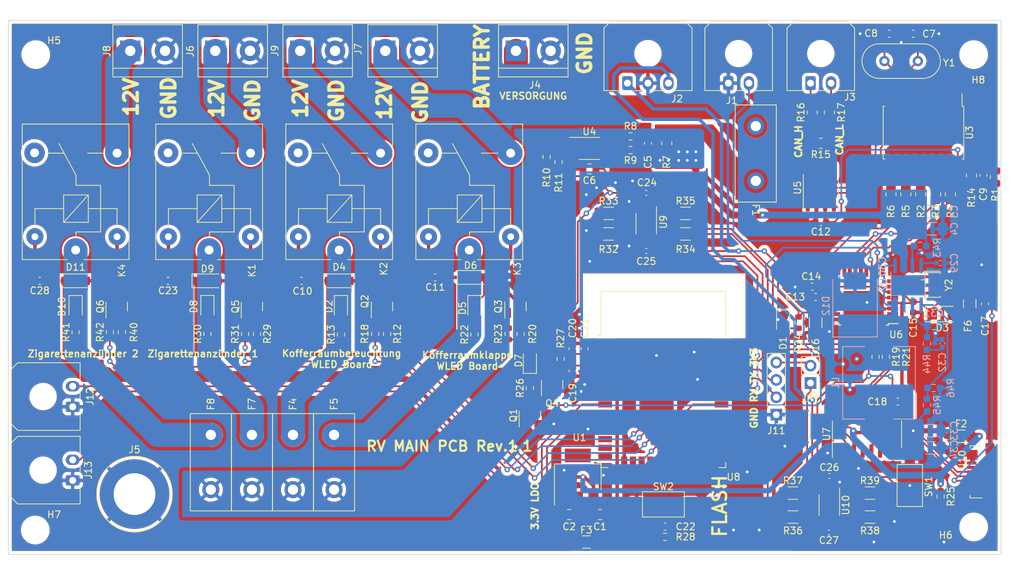
<source format=kicad_pcb>
(kicad_pcb (version 20211014) (generator pcbnew)
  (layers (0 "F.Cu" signal) (31 "B.Cu" signal) (34 "B.Paste" user) (35 "F.Paste" user) (36 "B.SilkS" user "B.Silkscreen") (37 "F.SilkS" user "F.Silkscreen") (38 "B.Mask" user) (39 "F.Mask" user) (44 "Edge.Cuts" user))
  (net 0 "")
  (net 1 "GND")
  (net 2 "ESP-32_SDA_3.3V")
  (net 3 "ESP-32_SCL_3.3V")
  (net 4 "NANO_D6")
  (net 5 "NANO_D7")
  (net 6 "CAN_CS")
  (net 7 "CAN_MOSI")
  (net 8 "CAN_MISO")
  (net 9 "CAN_SCK")
  (net 10 "NANO_SDA_5V")
  (net 11 "NANO_SCL_5V")
  (net 12 "NANO_5V")
  (net 13 "Net-(R2-Pad2)")
  (net 15 "+5V")
  (net 16 "/Relay 10A/NC")
  (net 17 "+12V")
  (net 18 "BATTERY")
  (net 19 "/ESP32/ESP_TX")
  (net 20 "Net-(R8-Pad2)")
  (net 21 "Net-(R9-Pad1)")
  (net 22 "SD")
  (net 23 "SCK")
  (net 26 "Net-(D2-Pad1)")
  (net 27 "Net-(F1-Pad1)")
  (net 28 "Net-(F4-Pad1)")
  (net 29 "Net-(Q2-Pad1)")
  (net 30 "Net-(D5-Pad1)")
  (net 31 "/Relay 10A1/NO")
  (net 32 "Net-(F5-Pad1)")
  (net 33 "/Relay 10A1/NC")
  (net 34 "Net-(Q3-Pad1)")
  (net 35 "/LM1117 fixed voltage1/VOUT")
  (net 36 "ESP32_VCC")
  (net 37 "Net-(C7-Pad2)")
  (net 38 "Net-(C8-Pad2)")
  (net 39 "/CAN Interface/VCC")
  (net 40 "Net-(C13-Pad2)")
  (net 41 "Net-(C17-Pad2)")
  (net 42 "Net-(C18-Pad1)")
  (net 43 "Net-(C22-Pad1)")
  (net 44 "Net-(D1-Pad2)")
  (net 45 "Net-(D2-Pad2)")
  (net 46 "Net-(D3-Pad2)")
  (net 47 "Net-(D5-Pad2)")
  (net 48 "Net-(D7-Pad1)")
  (net 49 "Net-(D8-Pad1)")
  (net 50 "Net-(D8-Pad2)")
  (net 51 "Net-(D10-Pad1)")
  (net 52 "Net-(D10-Pad2)")
  (net 53 "Net-(F7-Pad1)")
  (net 54 "Net-(F8-Pad1)")
  (net 55 "ESP32_WS2812B_status_LED_5V")
  (net 56 "/CAN Interface/CAN_H")
  (net 57 "/CAN Interface/CAN_L")
  (net 58 "/Relay 10A2/NO")
  (net 59 "/Relay 10A3/NO")
  (net 60 "/Relay 10A/NO")
  (net 61 "Net-(J10-Pad2)")
  (net 62 "Net-(J10-Pad3)")
  (net 64 "/ESP32/ESP_RX")
  (net 65 "Net-(J11-Pad4)")
  (net 66 "/Relay 10A2/NC")
  (net 67 "/Relay 10A3/NC")
  (net 68 "Net-(Q1-Pad3)")
  (net 69 "Net-(Q5-Pad1)")
  (net 70 "Net-(Q6-Pad1)")
  (net 71 "Net-(R3-Pad2)")
  (net 72 "Net-(R4-Pad2)")
  (net 73 "Net-(R5-Pad2)")
  (net 74 "Net-(R6-Pad1)")
  (net 75 "/CAN Interface/INT")
  (net 76 "ESP32_RELAY_1")
  (net 77 "Net-(R14-Pad1)")
  (net 78 "Net-(R15-Pad1)")
  (net 79 "Net-(R15-Pad2)")
  (net 80 "Net-(R19-Pad1)")
  (net 81 "ESP32_RELAY_2")
  (net 82 "Net-(R21-Pad1)")
  (net 83 "ESP32_RELAY_3")
  (net 84 "Net-(R32-Pad2)")
  (net 85 "Net-(R33-Pad2)")
  (net 86 "Net-(R34-Pad1)")
  (net 87 "Net-(R35-Pad1)")
  (net 88 "ESP32_WS2812B_status_LED_3.3V")
  (net 89 "Net-(R36-Pad2)")
  (net 90 "/TXS0102_instance2/A2")
  (net 91 "Net-(R37-Pad2)")
  (net 92 "Net-(R38-Pad1)")
  (net 93 "Net-(R39-Pad1)")
  (net 94 "/TXS0102_instance2/B2")
  (net 95 "ESP32_RELAY_4")
  (net 102 "/NANO/D3")
  (net 103 "/NANO/D4")
  (net 104 "Net-(U6-Pad7)")
  (net 105 "Net-(U6-Pad8)")
  (net 106 "/NANO/D5")
  (net 107 "/NANO/D8")
  (net 108 "/NANO/D9")
  (net 115 "/NANO/D2")
  (net 125 "/ESP32/GPIO_25")
  (net 126 "/ESP32/GPIO_26")
  (net 127 "/ESP32/GPIO_27")
  (net 141 "/ESP32/GPIO_23")
  (net 144 "NANO_RESET")
  (net 145 "ESP32_EN_INT")
  (net 146 "NANO_RX")
  (net 147 "NANO_TX")
  (net 148 "CAN_RX")
  (net 149 "CAN_TX")
  (net 150 "Net-(C29-Pad2)")
  (net 151 "Net-(C30-Pad1)")
  (net 152 "/5V 3A Buck/TPS_PH")
  (net 153 "Net-(C31-Pad2)")
  (net 154 "Net-(C32-Pad2)")
  (net 155 "Net-(R43-Pad2)")
  (net 156 "TPS_VSENSE")
  (net 161 "ESP_SW1")
  (net 162 "ESP_SW2")
  (footprint "MountingHole:MountingHole_3.2mm_M3" (layer "F.Cu") (at 68.25 133.5)
    (fp_text reference "H7")
    (fp_text value "MountingHole")
  )
  (footprint "Capacitor_SMD:C_0603_1608Metric" (layer "F.Cu") (at 194.25 114.75 180)
    (fp_text reference "C18")
    (fp_text value "100nF")
  )
  (footprint "Resistor_SMD:R_0805_2012Metric" (layer "F.Cu") (at 184.25 72.5 90)
    (fp_text reference "R17")
    (fp_text value "0")
  )
  (footprint "custom_librarys:Flachsicherung" (layer "F.Cu") (at 99.9 123.6 -90)
    (fp_text reference "F7")
    (fp_text value "10A")
  )
  (footprint "Diode_SMD:D_1206_3216Metric_Pad1.42x1.75mm_HandSolder" (layer "F.Cu") (at 200.75 101.95)
    (fp_text reference "D3")
    (fp_text value "D_Filled")
  )
  (footprint "Diode_SMD:D_SOD-123" (layer "F.Cu") (at 112.65 97.1)
    (fp_text reference "D4")
    (fp_text value "1N4148W")
  )
  (footprint "Resistor_SMD:R_0603_1608Metric" (layer "F.Cu") (at 117.9 104.85 90)
    (fp_text reference "R18")
    (fp_text value "100")
  )
  (footprint "Resistor_SMD:R_0805_2012Metric" (layer "F.Cu") (at 160.5 77 90)
    (fp_text reference "R7")
    (fp_text value "0.01")
  )
  (footprint "Resistor_SMD:R_1206_3216Metric" (layer "F.Cu") (at 163.25 87.25)
    (fp_text reference "R35")
    (fp_text value "0")
  )
  (footprint "custom_librarys:Flachsicherung" (layer "F.Cu") (at 173.5 78.5 -90)
    (fp_text reference "F1")
    (fp_text value "10A")
  )
  (footprint "Connector_Molex:Molex_Micro-Fit_3.0_43650-0300_1x03_P3.00mm_Horizontal" (layer "F.Cu") (at 154.75 68.22)
    (fp_text reference "J2")
    (fp_text value "Molex Micro-fit 3x1")
  )
  (footprint "Capacitor_SMD:C_0402_1005Metric" (layer "F.Cu") (at 157.5 84.25 180)
    (fp_text reference "C24")
    (fp_text value "100nF")
  )
  (footprint "Relay_THT:Relay_SPDT_SANYOU_SRD_Series_Form_C" (layer "F.Cu") (at 93.65 92.6 90)
    (fp_text reference "K1")
    (fp_text value "SANYOU_SRD_Form_C")
  )
  (footprint "Capacitor_SMD:C_0402_1005Metric" (layer "F.Cu") (at 157.5 92.75 180)
    (fp_text reference "C25")
    (fp_text value "100nF")
  )
  (footprint "Resistor_SMD:R_0603_1608Metric" (layer "F.Cu") (at 139.15 104.85 90)
    (fp_text reference "R20")
    (fp_text value "10k")
  )
  (footprint "Capacitor_SMD:C_0603_1608Metric" (layer "F.Cu") (at 68.9 97.1 180)
    (fp_text reference "C28")
    (fp_text value "10uF")
  )
  (footprint "Fuse:Fuse_1206_3216Metric" (layer "F.Cu") (at 204.75 100.45 -90)
    (fp_text reference "F6")
    (fp_text value "0.5A")
  )
  (footprint "LED_SMD:LED_0805_2012Metric_Pad1.15x1.40mm_HandSolder" (layer "F.Cu") (at 132.4 101.1 -90)
    (fp_text reference "D5")
    (fp_text value "LED")
  )
  (footprint "Capacitor_SMD:C_0603_1608Metric" (layer "F.Cu") (at 182.25 99.45)
    (fp_text reference "C13")
    (fp_text value "100nF")
  )
  (footprint "Resistor_SMD:R_0603_1608Metric" (layer "F.Cu") (at 155.2 76 180)
    (fp_text reference "R8")
    (fp_text value "10")
  )
  (footprint "Package_SO:SOIC-18W_7.5x11.6mm_P1.27mm" (layer "F.Cu") (at 198 75.45 -90)
    (fp_text reference "U3")
    (fp_text value "MCP2515-xSO")
  )
  (footprint "Connector_Molex:Molex_Micro-Fit_3.0_43650-0200_1x02_P3.00mm_Horizontal" (layer "F.Cu") (at 169.5 68.22)
    (fp_text reference "J1")
    (fp_text value "Conn_01x02_Male")
  )
  (footprint "Resistor_SMD:R_0805_2012Metric" (layer "F.Cu") (at 193.25 84.45 -90)
    (fp_text reference "R6")
    (fp_text value "0")
  )
  (footprint "custom_librarys:Flachsicherung" (layer "F.Cu") (at 105.9 123.6 -90)
    (fp_text reference "F4")
    (fp_text value "10A")
  )
  (footprint "Package_SO:SOIC-16_3.9x9.9mm_P1.27mm" (layer "F.Cu") (at 189.75 119.5 90)
    (fp_text reference "U7")
    (fp_text value "CH340C")
  )
  (footprint "Capacitor_SMD:C_0805_2012Metric" (layer "F.Cu") (at 150.75 131.25)
    (fp_text reference "C1")
    (fp_text value "0.1uF")
  )
  (footprint "Resistor_SMD:R_0805_2012Metric" (layer "F.Cu") (at 181.75 72.5 90)
    (fp_text reference "R16")
    (fp_text value "0")
  )
  (footprint "Package_TO_SOT_SMD:SOT-23" (layer "F.Cu") (at 118.9 100.85 90)
    (fp_text reference "Q2")
    (fp_text value "AO3400A")
  )
  (footprint "Capacitor_SMD:C_0603_1608Metric" (layer "F.Cu") (at 160.25 133.005 180)
    (fp_text reference "C22")
    (fp_text value "0.1uF")
  )
  (footprint "Package_TO_SOT_SMD:SOT-23" (layer "F.Cu") (at 140.5 116.755 90)
    (fp_text reference "Q1")
    (fp_text value "AO3400A")
  )
  (footprint "custom_librarys:Flachsicherung" (layer "F.Cu") (at 93.9 123.6 -90)
    (fp_text reference "F8")
    (fp_text value "10A")
  )
  (footprint "Resistor_SMD:R_0603_1608Metric" (layer "F.Cu") (at 191 108.2 -90)
    (fp_text reference "R19")
    (fp_text value "1k")
  )
  (footprint "Capacitor_SMD:C_0603_1608Metric" (layer "F.Cu") (at 196.5 61)
    (fp_text reference "C7")
    (fp_text value "C")
  )
  (footprint "Connector_PinHeader_2.54mm:PinHeader_1x02_P2.54mm_Vertical" (layer "F.Cu") (at 181.5 112.025 180)
    (fp_text reference "JP1")
    (fp_text value "Jumper_2_Open")
  )
  (footprint "MountingHole:MountingHole_3.2mm_M3" (layer "F.Cu") (at 68.325 59.55)
    (fp_text reference "H5")
    (fp_text value "MountingHole")
  )
  (footprint "Resistor_SMD:R_0805_2012Metric" (layer "F.Cu") (at 199.762499 84.45 90)
    (fp_text reference "R3")
    (fp_text value "0")
  )
  (footprint "Package_QFP:TQFP-32_7x7mm_P0.8mm" (layer "F.Cu") (at 189.25 99.95 180)
    (fp_text reference "U6")
    (fp_text value "ATmega328P-A")
  )
  (footprint "Connector_PinHeader_2.54mm:PinHeader_1x04_P2.54mm_Vertical" (layer "F.Cu") (at 176.5 116.65 180)
    (fp_text reference "J11")
    (fp_text value "Conn_01x04_Male")
  )
  (footprint "Resistor_SMD:R_0603_1608Metric" (layer "F.Cu") (at 155.2 78)
    (fp_text reference "R9")
    (fp_text value "10")
  )
  (footprint "Resistor_SMD:R_1206_3216Metric" (layer "F.Cu") (at 152 90.25)
    (fp_text reference "R32")
    (fp_text value "0")
  )
  (footprint "custom_librarys:Flachsicherung" (layer "F.Cu") (at 111.9 123.6 -90)
    (fp_text reference "F5")
    (fp_text value "10A")
  )
  (footprint "Capacitor_SMD:C_0402_1005Metric" (layer "F.Cu") (at 184.25 125.6 180)
    (fp_text reference "C26")
    (fp_text value "100nF")
  )
  (footprint "Resistor_SMD:R_1206_3216Metric" (layer "F.Cu") (at 178.93 131.6)
    (fp_text reference "R36")
    (fp_text value "0")
  )
  (footprint "Capacitor_SMD:C_0603_1608Metric" (layer "F.Cu") (at 193 61 180)
    (fp_text reference "C8")
    (fp_text value "C")
  )
  (footprint "Package_SO:SSOP-8_2.95x2.8mm_P0.65mm" (layer "F.Cu") (at 157.5 88.75 -90)
    (fp_text reference "U9")
    (fp_text value "TXS0102DCT")
  )
  (footprint "TerminalBlock:TerminalBlock_bornier-2_P5.08mm" (layer "F.Cu") (at 106.96 63.5)
    (fp_text reference "J9")
    (fp_text value "Conn_01x02_Male")
  )
  (footprint "Diode_SMD:D_SOD-123" (layer "F.Cu") (at 132.15 96.6)
    (fp_text reference "D6")
    (fp_text value "1N4148W")
  )
  (footprint "Resistor_SMD:R_1206_3216Metric" (layer "F.Cu") (at 163.25 90.25)
    (fp_text reference "R34")
    (fp_text value "0")
  )
  (footprint "Capacitor_SMD:C_0603_1608Metric" (layer "F.Cu") (at 157.75 77 90)
    (fp_text reference "C5")
    (fp_text value "0.1uF")
  )
  (footprint "Relay_THT:Relay_SPDT_SANYOU_SRD_Series_Form_C" (layer "F.Cu") (at 131.65 92.6 90)
    (fp_text reference "K3")
    (fp_text value "SANYOU_SRD_Form_C")
  )
  (footprint "Resistor_SMD:R_0603_1608Metric" (layer "F.Cu") (at 112.9 104.945 90)
    (fp_text reference "R13")
    (fp_text value "R")
  )
  (footprint "Resistor_SMD:R_0603_1608Metric" (layer "F.Cu") (at 160.25 134.5 180)
    (fp_text reference "R28")
    (fp_text value "10k")
  )
  (footprint "Capacitor_SMD:C_0805_2012Metric" (layer "F.Cu") (at 149.2 80.75 180)
    (fp_text reference "C6")
    (fp_text value "0.1uF")
  )
  (footprint "Resistor_SMD:R_0805_2012Metric" (layer "F.Cu") (at 195.420833 84.45 90)
    (fp_text reference "R5")
    (fp_text value "0")
  )
  (footprint "Package_SO:SOIC-8_3.9x4.9mm_P1.27mm" (layer "F.Cu") (at 183 83.5 90)
    (fp_text reference "U5")
    (fp_text value "TJA1051T")
  )
  (footprint "Capacitor_SMD:C_0603_1608Metric" (layer "F.Cu") (at 183 88.5 180)
    (fp_text reference "C12")
    (fp_text value "C")
  )
  (footprint "Resistor_SMD:R_0603_1608Metric" (layer "F.Cu") (at 200.5 128.6 90)
    (fp_text reference "R25")
    (fp_text value "10k")
  )
  (footprint "Button_Switch_SMD:SW_SPST_CK_RS282G05A3" (layer "F.Cu") (at 196 127 -90)
    (fp_text reference "SW1")
    (fp_text value "SW_Push")
  )
  (footprint "Resistor_SMD:R_0603_1608Metric" (layer "F.Cu") (at 80.9 104.6 90)
    (fp_text reference "R40")
    (fp_text value "10k")
  )
  (footprint "Resistor_SMD:R_0603_1608Metric" (layer "F.Cu") (at 132.4 104.945 90)
    (fp_text reference "R22")
    (fp_text value "R")
  )
  (footprint "Resistor_SMD:R_0603_1608Metric" (layer "F.Cu") (at 79.15 104.6 90)
    (fp_text reference "R42")
    (fp_text value "100")
  )
  (footprint "Capacitor_SMD:C_0603_1608Metric" (layer "F.Cu") (at 107.15 97.1 180)
    (fp_text reference "C10")
    (fp_text value "10uF")
  )
  (footprint "Capacitor_SMD:C_0603_1608Metric" (layer "F.Cu") (at 87.65 97.1 180)
    (fp_text reference "C23")
    (fp_text value "10uF")
  )
  (footprint "Capacitor_SMD:C_0603_1608Metric" (layer "F.Cu") (at 146.75 107.005 90)
    (fp_text reference "C20")
    (fp_text value "100nF")
  )
  (footprint "LED_SMD:LED_0805_2012Metric_Pad1.15x1.40mm_HandSolder" (layer "F.Cu") (at 112.9 101.1 -90)
    (fp_text reference "D2")
    (fp_text value "LED")
  )
  (footprint "LED_SMD:LED_0805_2012Metric_Pad1.15x1.40mm_HandSolder" (layer "F.Cu") (at 74.15 101.1 -90)
    (fp_text reference "D10")
    (fp_text value "LED")
  )
  (footprint "Resistor_SMD:R_0603_1608Metric" (layer "F.Cu") (at 137.4 104.85 90)
    (fp_text reference "R23")
    (fp_text value "100")
  )
  (footprint "Resistor_SMD:R_0603_1608Metric" (layer "F.Cu") (at 98.9 104.85 90)
    (fp_text reference "R31")
    (fp_text value "100")
  )
  (footprint "Capacitor_SMD:C_0603_1608Metric" (layer "F.Cu") (at 196.5 100.95 -90)
    (fp_text reference "C15")
    (fp_text value "100nF")
  )
  (footprint "Capacitor_SMD:C_0402_1005Metric" (layer "F.Cu") (at 184.18 133.85 180)
    (fp_text reference "C27")
    (fp_text value "100nF")
  )
  (footprint "Capacitor_SMD:C_0603_1608Metric" (layer "F.Cu") (at 207 100.45 90)
    (fp_text reference "C17")
    (fp_text value "100nF")
  )
  (footprint "Package_TO_SOT_SMD:SOT-23" (layer "F.Cu") (at 99.9 100.85 90)
    (fp_text reference "Q5")
    (fp_text value "AO3400A")
  )
  (footprint "Capacitor_SMD:C_0603_1608Metric" (layer "F.Cu") (at 126.675 96.6 180)
    (fp_text reference "C11")
    (fp_text value "10uF")
  )
  (footprint "Resistor_SMD:R_0603_1608Metric" (layer "F.Cu") (at 192.5 108.2 -90)
    (fp_text reference "R21")
    (fp_text value "1k")
  )
  (footprint "Package_SO:SSOP-8_2.95x2.8mm_P0.65mm" (layer "F.Cu") (at 184.25 129.85 -90)
    (fp_text reference "U10")
    (fp_text value "TXS0102DCT")
  )
  (footprint "TerminalBlock:TerminalBlock_bornier-2_P5.08mm" (layer "F.Cu") (at 119.376668 63.5)
    (fp_text reference "J7")
    (fp_text value "Conn_01x02_Male")
  )
  (footprint "Fuse:Fuse_1206_3216Metric" (layer "F.Cu") (at 203.5 119.8)
    (fp_text reference "F2")
    (fp_text value "0.5A")
  )
  (footprint "Package_SO:VSSOP-10_3x3mm_P0.5mm" (layer "F.Cu") (at 149.2 77.75)
    (fp_text reference "U4")
    (fp_text value "INA226")
  )
  (footprint "Resistor_SMD:R_0805_2012Metric" (layer "F.Cu") (at 205 81.7 90)
    (fp_text reference "R14")
    (fp_text value "10k")
  )
  (footprint "Relay_THT:Relay_SPDT_SANYOU_SRD_Series_Form_C" (layer "F.Cu") (at 112.65 92.6 90)
    (fp_text reference "K2")
    (fp_text value "SANYOU_SRD_Form_C")
  )
  (footprint "Capacitor_SMD:C_0603_1608Metric" (layer "F.Cu") (at 148.5 107.005 90)
    (fp_text reference "C21")
    (fp_text value "22uF")
  )
  (footprint "TerminalBlock:TerminalBlock_bornier-2_P5.08mm" (layer "F.Cu") (at 82.126668 63.5)
    (fp_text reference "J8")
    (fp_text value "Conn_01x02_Male")
  )
  (footprint "Relay_THT:Relay_SPDT_SANYOU_SRD_Series_Form_C" (layer "F.Cu") (at 74.15 92.6 90)
    (fp_text reference "K4")
    (fp_text value "SANYOU_SRD_Form_C")
  )
  (footprint "LED_SMD:LED_0805_2012Metric_Pad1.15x1.40mm_HandSolder" (layer "F.Cu") (at 177.5 103.2 -90)
    (fp_text reference "D1")
    (fp_text value "GREEN")
  )
  (footprint "Capacitor_SMD:C_0603_1608Metric" (layer "F.Cu") (at 206.75 81.7 -90)
    (fp_text reference "C9")
    (fp_text value "C")
  )
  (footprint "MountingHole:MountingHole_3.2mm_M3" (layer "F.Cu") (at 207.55 60.2)
    (fp_text reference "H8")
    (fp_text value "MountingHole")
  )
  (footprint "Resistor_SMD:R_0603_1608Metric" (layer "F.Cu") (at 179.75 103.2 -90)
    (fp_text reference "R24")
    (fp_text value "250")
  )
  (footprint "Resistor_SMD:R_1206_3216Metric" (layer "F.Cu") (at 190.18 128.1)
    (fp_text reference "R39")
    (fp_text value "0")
  )
  (footprint "Diode_SMD:D_SOD-123" (layer "F.Cu") (at 93.4 97.1)
    (fp_text reference "D9")
    (fp_text value "1N4148W")
  )
  (footprint "Resistor_SMD:R_0603_1608Metric" (layer "F.Cu") (at 100.65 104.85 90)
    (fp_text reference "R29")
    (fp_text value "10k")
  )
  (footprint "Resistor_SMD:R_0603_1608Metric" (layer "F.Cu") (at 144.7 79.75 90)
    (fp_text reference "R11")
    (fp_text value "4,7k")
  )
  (footprint "Capacitor_SMD:C_0603_1608Metric" (layer "F.Cu") (at 146.75 110.255 -90)
    (fp_text reference "C19")
    (fp_text value "0.1uF")
  )
  (footprint "Resistor_SMD:R_1206_3216Metric" (layer "F.Cu") (at 152 87.25)
    (fp_text reference "R33")
    (fp_text value "0")
  )
  (footprint "Capacitor_SMD:C_0603_1608Metric" (layer "F.Cu") (at 181.75 97.95 180)
    (fp_text reference "C14")
    (fp_text value "100nF")
  )
  (footprint "Connector_USB:USB_Micro-B_Molex_47346-0001" (layer "F.Cu") (at 206.5 125 90)
    (fp_text reference "J10")
    (fp_text value "USB_B_Micro")
  )
  (footprint "Package_TO_SOT_SMD:SOT-23" (layer "F.Cu") (at 80.15 100.85 90)
    (fp_text reference "Q6")
    (fp_text value "AO3400A")
  )
  (footprint "TerminalBlock:TerminalBlock_bornier-2_P5.08mm" (layer "F.Cu") (at 94.543334 63.5)
    (fp_text reference "J6")
    (fp_text value "Conn_01x02_Male")
  )
  (footprint "Diode_SMD:D_SOD-123" (layer "F.Cu") (at 74.15 97.1)
    (fp_text reference "D11")
    (fp_text value "1N4148W")
  )
  (footprint "RF_Module:ESP32-WROOM-32" (layer "F.Cu") (at 160 114.505)
    (fp_text reference "U8")
    (fp_text value "ESP32-WROOM-32")
  )
  (footprint "Package_TO_SOT_SMD:SOT-23" (layer "F.Cu") (at 138.4 100.85 90)
    (fp_text reference "Q3")
    (fp_text value "AO3400A")
  )
  (footprint "Resistor_SMD:R_0603_1608Metric" (layer "F.Cu") (at 119.65 104.85 90)
    (fp_text reference "R12")
    (fp_text value "10k")
  )
  (footprint "Resistor_SMD:R_0805_2012Metric" (layer "F.Cu") (at 197.591666 84.45 90)
    (fp_text reference "R2")
    (fp_text value "0")
  )
  (footprint "Resistor_SMD:R_0603_1608Metric" (layer "F.Cu") (at 140.5 112.755 90)
    (fp_text reference "R26")
    (fp_text value "125")
  )
  (footprint "Resistor_SMD:R_0603_1608Metric" (layer "F.Cu") (at 145 108.505 90)
    (fp_text reference "R27")
    (fp_text value "10k")
  )
  (footprint "Resistor_SMD:R_0805_2012Metric" (layer "F.Cu") (at 183 77 180)
    (fp_text reference "R15")
    (fp_text value "120")
  )
  (footprint "Package_TO_SOT_SMD:SOT-23" (layer "F.Cu") (at 143.75 112.255 90)
    (fp_text reference "Q4")
    (fp_text value "AO3400A")
  )
  (footprint "Resistor_SMD:R_0805_2012Metric" (layer "F.Cu") (at 201.933334 84.45 90)
    (fp_text reference "R4")
    (fp_text value "0")
  )
  (footprint "Resistor_SMD:R_1206_3216Metric" (layer "F.Cu") (at 178.93 128.1)
    (fp_text reference "R37")
    (fp_text value "0")
  )
  (footprint "Capacitor_SMD:C_1206_3216Metric" (layer "F.Cu") (at 182.25 103.2 -90)
    (fp_text reference "C16")
    (fp_text value "4,7uF 16V")
  )
  (footprint "Resistor_SMD:R_0603_1608Metric" (layer "F.Cu") (at 142.95 79 -90)
    (fp_text reference "R10")
    (fp_text value "4,7k")
  )
  (footprint "Connector:Banana_Jack_1Pin" (layer "F.Cu") (at 82.75 128.25)
    (fp_text reference "J5")
    (fp_text value "Conn_01x01_Female")
  )
  (footprint "Resistor_SMD:R_0603_1608Metric" (layer "F.Cu") (at 74.15 104.6 90)
    (fp_text reference "R41")
    (fp_text value "R")
  )
  (footprint "TerminalBlock:TerminalBlock_bornier-2_P5.08mm" (layer "F.Cu") (at 138.46 63.5)
    (fp_text reference "J4")
    (fp_text value "Conn_01x02_Male")
  )
  (footprint "Resistor_SMD:R_1206_3216Metric" (layer "F.Cu") (at 190.18 131.6)
    (fp_text reference "R38")
    (fp_text value "0")
  )
  (footprint "Connector_Molex:Molex_Micro-Fit_3.0_43650-0200_1x02_P3.00mm_Horizontal" (layer "F.Cu") (at 73.72 115.5 90)
    (fp_text reference "J12")
    (fp_text value "Conn_01x02_Male")
  )
  (footprint "Button_Switch_SMD:SW_SPST_CK_RS282G05A3" (layer "F.Cu") (at 160 129.755)
    (fp_text reference "SW2")
    (fp_text value "SW_Push")
  )
  (footprint "Crystal:Crystal_HC49-4H_Vertical" (layer "F.Cu") (at 192.3 65)
    (fp_text reference "Y1")
    (fp_text value "Crystal")
  )
  (footprint "LED_SMD:LED_0805_2012Metric_Pad1.15x1.40mm_HandSolder" (layer "F.Cu") (at 140.5 108.755 90)
    (fp_text reference "D7")
    (fp_text value "GREEN")
  )
  (footprint "Fuse:Fuse_1206_3216Metric" (layer "F.Cu") (at 148.75 135.25)
    (fp_text reference "F3")
    (fp_text value "1A")
  )
  (footprint "Connector_Molex:Molex_Micro-Fit_3.0_43650-0200_1x02_P3.00mm_Horizontal" (layer "F.Cu") (at 181.5 68.22)
    (fp_text reference "J3")
    (fp_text value "Conn_01x02_Male")
  )
  (footprint "MountingHole:MountingHole_3.2mm_M3" (layer "F.Cu") (at 205.875 136.5)
    (fp_text reference "H6")
    (fp_text value "MountingHole")
  )
  (footprint "Resistor_SMD:R_0603_1608Metric" (layer "F.Cu") (at 93.4 104.85 90)
    (fp_text reference "R30")
    (fp_text value "R")
  )
  (footprint "Connector_Molex:Molex_Micro-Fit_3.0_43650-0200_1x02_P3.00mm_Horizontal" (layer "F.Cu") (at 73.72 126.25 90)
    (fp_text reference "J13")
    (fp_text value "Conn_01x02_Male")
  )
  (footprint "Crystal:Resonator_SMD_Murata_CSTxExxV-3Pin_3.0x1.1mm_HandSoldering" (layer "F.Cu") (at 199.25 97.7 -90)
    (fp_text reference "Y2")
    (fp_text value "Crystal_GND2")
  )
  (footprint "LED_SMD:LED_0805_2012Metric_Pad1.15x1.40mm_HandSolder" (layer "F.Cu") (at 93.4 101.1 -90)
    (fp_text reference "D8")
    (fp_text value "LED")
  )
  (footprint "Resistor_SMD:R_0805_2012Metric" (layer "F.Cu") (at 208.5 81.95 90)
    (fp_text reference "R1")
    (fp_text value "0")
  )
  (footprint "Package_TO_SOT_SMD:SOT-223" (layer "F.Cu") (at 147.5 125.75 90)
    (fp_text reference "U1")
    (fp_text value "LM1117-5")
  )
  (footprint "Capacitor_SMD:C_0805_2012Metric" (layer "F.Cu") (at 146.25 131.25)
    (fp_text reference "C2")
    (fp_text value "0.1uF")
  )
  (footprint "Resistor_SMD:R_0603_1608Metric_Pad0.98x0.95mm_HandSolder" (layer "B.Cu") (at 198.5 115.25 -90)
    (fp_text reference "R45")
    (fp_text value "10.2k")
  )
  (footprint "Resistor_SMD:R_0603_1608Metric_Pad0.98x0.95mm_HandSolder" (layer "B.Cu") (at 199.5 112.75 180)
    (fp_text reference "R46")
    (fp_text value "1.96k")
  )
  (footprint "Resistor_SMD:R_0603_1608Metric_Pad0.98x0.95mm_HandSolder" (layer "B.Cu") (at 198.5 106.25 -90)
    (fp_text reference "R44")
    (fp_text value "61.9k")
  )
  (footprint "Capacitor_SMD:C_1206_3216Metric_Pad1.33x1.80mm_HandSolder" (layer "B.Cu") (at 199 119)
    (fp_text reference "C33")
    (fp_text value "47uF")
  )
  (footprint "Capacitor_SMD:C_0402_1005Metric_Pad0.74x0.62mm_HandSolder" (layer "B.Cu") (at 200.75 106.25 -90)
    (fp_text reference "C32")
    (fp_text value "100nF")
  )
  (footprint "Diode_SMD:D_SMC" (layer "B.Cu") (at 188 100.5 90)
    (fp_text reference "D12")
    (fp_text value "B340")
  )
  (footprint "Capacitor_SMD:C_1206_3216Metric_Pad1.33x1.80mm_HandSolder" (layer "B.Cu") (at 199 121.5)
    (fp_text reference "C34")
    (fp_text value "47uF")
  )
  (footprint "Capacitor_SMD:C_1206_3216Metric_Pad1.33x1.80mm_HandSolder" (layer "B.Cu") (at 199.25 87)
    (fp_text reference "C3")
    (fp_text value "10uF")
  )
  (footprint "Inductor_SMD:L_10.4x10.4_H4.8" (layer "B.Cu") (at 191.5 112 -90)
    (fp_text reference "L1")
    (fp_text value "6.8uH")
  )
  (footprint "Capacitor_SMD:C_0402_1005Metric_Pad0.74x0.62mm_HandSolder" (layer "B.Cu") (at 192.25 97.75 -90)
    (fp_text reference "C30")
    (fp_text value "100nF")
  )
  (footprint "Capacitor_SMD:C_0402_1005Metric_Pad0.74x0.62mm_HandSolder" (layer "B.Cu") (at 200.5 94.5 180)
    (fp_text reference "C29")
    (fp_text value "22uF")
  )
  (footprint "Capacitor_SMD:C_1206_3216Metric_Pad1.33x1.80mm_HandSolder" (layer "B.Cu") (at 199.25 89.5)
    (fp_text reference "C4")
    (fp_text value "10uF")
  )
  (footprint "Resistor_SMD:R_0603_1608Metric_Pad0.98x0.95mm_HandSolder" (layer "B.Cu") (at 197.5 92 180)
    (fp_text reference "R43")
    (fp_text value "0")
  )
  (footprint "Capacitor_SMD:C_0805_2012Metric" (layer "B.Cu") (at 199.5 103.5 180)
    (fp_text reference "C31")
    (fp_text value "10pF")
  )
  (footprint "TPS54331DDAR:CONV_TPS54331DDAR" (layer "B.Cu") (at 195.75 97.75 -90)
    (fp_text reference "U2")
    (fp_text value "TPS54331DDAR")
  )
  (gr_rect (start 64.325 59.05) (end 209.325 137.05) (layer "Edge.Cuts") (width 0.1) (fill none))
  (gr_text "GND RX TX 3V3" (at 173.25 112.75 90) (layer "F.SilkS") (effects (font (size 1 1) (thickness 0.25))))
  (gr_text "Zigarettenanzünder 1" (at 92.75 107.75) (layer "F.SilkS") (effects (font (size 1 1) (thickness 0.2))))
  (gr_text "12V" (at 119.25 70.75 90) (layer "F.SilkS") (effects (font (size 2 2) (thickness 0.5))))
  (gr_text "Kofferraumbeleuchtung\nWLED Board" (at 113 108.5) (layer "F.SilkS") (effects (font (size 1 1) (thickness 0.2))))
  (gr_text "12V" (at 82.25 70.25 90) (layer "F.SilkS") (effects (font (size 2 2) (thickness 0.5))))
  (gr_text "RV MAIN PCB Rev.1.1\n" (at 128.75 121.25) (layer "F.SilkS") (effects (font (size 1.5 1.5) (thickness 0.3))))
  (gr_text "3.3V LDO" (at 141.25 130 90) (layer "F.SilkS") (effects (font (size 1 1) (thickness 0.25))))
  (gr_text "VERSORGUNG" (at 141 70.1) (layer "F.SilkS") (effects (font (size 1 1) (thickness 0.2))))
  (gr_text "GND" (at 100 70.75 90) (layer "F.SilkS") (effects (font (size 2 2) (thickness 0.5))))
  (gr_text "Kofferraumklappe\nWLED Board" (at 131.375 108.75) (layer "F.SilkS") (effects (font (size 1 1) (thickness 0.2))))
  (gr_text "Zigarettenanzünder 2" (at 75.25 107.75) (layer "F.SilkS") (effects (font (size 1 1) (thickness 0.2))))
  (gr_text "GND" (at 87.75 70.4 90) (layer "F.SilkS") (effects (font (size 2 2) (thickness 0.5))))
  (gr_text "BATTERY" (at 133.5 65.85 90) (layer "F.SilkS") (effects (font (size 2 2) (thickness 0.5))))
  (gr_text "12V" (at 94.75 70.5 90) (layer "F.SilkS") (effects (font (size 2 2) (thickness 0.5))))
  (gr_text "CAN_L" (at 185.75 76.5 90) (layer "F.SilkS") (effects (font (size 1 1) (thickness 0.25))))
  (gr_text "GND" (at 112.25 70.75 90) (layer "F.SilkS") (effects (font (size 2 2) (thickness 0.5))))
  (gr_text "12V" (at 107 70.5 90) (layer "F.SilkS") (effects (font (size 2 2) (thickness 0.5))))
  (gr_text "GND" (at 148.5 63.85 90) (layer "F.SilkS") (effects (font (size 2 2) (thickness 0.5))))
  (gr_text "GND" (at 124.5 71 90) (layer "F.SilkS") (effects (font (size 2 2) (thickness 0.5))))
  (gr_text "CAN_H" (at 179.75 76.75 90) (layer "F.SilkS") (effects (font (size 1 1) (thickness 0.25))))
  (gr_text "FLASH" (at 168.25 130 90) (layer "F.SilkS") (effects (font (size 2 2) (thickness 0.35))))
  (segment (start 185 100.35) (end 188.65 100.35) (width 0.254) (layer "F.Cu") (net 1))
  (segment (start 188.65 100.35) (end 188.75 100.25) (width 0.254) (layer "F.Cu") (net 1))
  (segment (start 153 78.75) (end 153 82.75) (width 0.254) (layer "F.Cu") (net 1))
  (segment (start 193.5 101.15) (end 190.65 101.15) (width 0.254) (layer "F.Cu") (net 1))
  (segment (start 184.575 128.15) (end 184.575 127.175) (width 0.254) (layer "F.Cu") (net 1))
  (segment (start 185.25 126.5) (end 185.75 126.5) (width 0.254) (layer "F.Cu") (net 1))
  (segment (start 188.75 100.25) (end 189.75 100.25) (width 0.254) (layer "F.Cu") (net 1))
  (segment (start 151.4 78.25) (end 152.5 78.25) (width 0.254) (layer "F.Cu") (net 1))
  (segment (start 157.825 87.05) (end 157.825 85.425) (width 0.254) (layer "F.Cu") (net 1))
  (segment (start 184.575 127.175) (end 185.25 126.5) (width 0.254) (layer "F.Cu") (net 1))
  (segment (start 193.5 99.55) (end 190.45 99.55) (width 0.254) (layer "F.Cu") (net 1))
  (segment (start 158 85.25) (end 158 84.27) (width 0.254) (layer "F.Cu") (net 1))
  (segment (start 158 84.27) (end 157.98 84.25) (width 0.254) (layer "F.Cu") (net 1))
  (segment (start 152.5 78.25) (end 153 78.75) (width 0.254) (layer "F.Cu") (net 1))
  (segment (start 190.65 101.15) (end 189.75 100.25) (width 0.254) (layer "F.Cu") (net 1))
  (segment (start 157.825 85.425) (end 158 85.25) (width 0.254) (layer "F.Cu") (net 1))
  (segment (start 190.45 99.55) (end 189.75 100.25) (width 0.254) (layer "F.Cu") (net 1))
  (via (at 201 135.25) (size 0.8) (drill 0.4) (layers "F.Cu" "B.Cu") (net 1))
  (via (at 189.75 100.25) (size 0.8) (drill 0.4) (layers "F.Cu" "B.Cu") (net 1))
  (via (at 201.75 95.75) (size 0.8) (drill 0.4) (layers "F.Cu" "B.Cu") (net 1))
  (via (at 145.5 124.75) (size 0.8) (drill 0.4) (layers "F.Cu" "B.Cu") (net 1))
  (via (at 184.25 104.5) (size 0.8) (drill 0.4) (layers "F.Cu" "B.Cu") (net 1))
  (via (at 148.75 84.5) (size 0.8) (drill 0.4) (layers "F.Cu" "B.Cu") (net 1))
  (via (at 153.25 92) (size 0.8) (drill 0.4) (layers "F.Cu" "B.Cu") (net 1))
  (via (at 155 92) (size 0.8) (drill 0.4) (layers "F.Cu" "B.Cu") (net 1))
  (via (at 190.75 135.25) (size 0.8) (drill 0.4) (layers "F.Cu" "B.Cu") (net 1))
  (via (at 137.5 97) (size 0.8) (drill 0.4) (layers "F.Cu" "B.Cu") (net 1))
  (via (at 196 127) (size 0.8) (drill 0.4) (layers "F.Cu" "B.Cu") (net 1))
  (via (at 199.75 104.75) (size 0.8) (drill 0.4) (layers "F.Cu" "B.Cu") (net 1))
  (via (at 206.5 94.75) (size 0.8) (drill 0.4) (layers "F.Cu" "B.Cu") (net 1))
  (via (at 179.25 98) (size 0.8) (drill 0.4) (layers "F.Cu" "B.Cu") (net 1))
  (via (at 194.75 62.25) (size 0.8) (drill 0.4) (layers "F.Cu" "B.Cu") (net 1))
  (via (at 188.25 108.5) (size 0.8) (drill 0.4) (layers "F.Cu" "B.Cu") (net 1))
  (via (at 185.75 126.5) (size 0.8) (drill 0.4) (layers "F.Cu" "B.Cu") (net 1))
  (via (at 186.25 109.25) (size 0.8) (drill 0.4) (layers "F.Cu" "B.Cu") (net 1))
  (via (at 170.25 133.5) (size 0.8) (drill 0.4) (layers "F.Cu" "B.Cu") (net 1))
  (via (at 197.75 93) (size 0.8) (drill 0.4) (layers "F.Cu" "B.Cu") (net 1))
  (via (at 174 133.5) (size 0.8) (drill 0.4) (layers "F.Cu" "B.Cu") (net 1))
  (via (at 187.25 113) (size 0.8) (drill 0.4) (layers "F.Cu" "B.Cu") (net 1))
  (via (at 149.25 94.25) (size 0.8) (drill 0.4) (layers "F.Cu" "B.Cu") (net 1))
  (via (at 192.75 93.5) (size 0.8) (drill 0.4) (layers "F.Cu" "B.Cu") (net 1))
  (via (at 193.75 132.25) (size 0.8) (drill 0.4) (layers "F.Cu" "B.Cu") (net 1))
  (via (at 155 85.5) (size 0.8) (drill 0.4) (layers "F.Cu" "B.Cu") (net 1))
  (via (at 147.75 102) (size 0.8) (drill 0.4) (layers "F.Cu" "B.Cu") (net 1))
  (via (at 151.25 125.5) (size 0.8) (drill 0.4) (layers "F.Cu" "B.Cu") (net 1))
  (via (at 148 113.25) (size 0.8) (drill 0.4) (layers "F.Cu" "B.Cu") (net 1))
  (via (at 176.75 102.75) (size 0.8) (drill 0.4) (layers "F.Cu" "B.Cu") (net 1))
  (via (at 172.25 125) (size 0.8) (drill 0.4) (layers "F.Cu" "B.Cu") (net 1))
  (via (at 150.25 83.5) (size 0.8) (drill 0.4) (layers "F.Cu" "B.Cu") (net 1))
  (via (at 184 122.25) (size 0.8) (drill 0.4) (layers "F.Cu" "B.Cu") (net 1))
  (via (at 164.5 107.5) (size 0.8) (drill 0.4) (layers "F.Cu" "B.Cu") (net 1))
  (via (at 177.75 121.25) (size 0.8) (drill 0.4) (layers "F.Cu" "B.Cu") (net 1))
  (via (at 155.5 82.5) (size 0.8) (drill 0.4) (layers "F.Cu" "B.Cu") (net 1))
  (via (at 149 118.75) (size 0.8) (drill 0.4) (layers "F.Cu" "B.Cu") (net 1))
  (via (at 144 118) (size 0.8) (drill 0.4) (layers "F.Cu" "B.Cu") (net 1))
  (via (at 153 82.75) (size 0.8) (drill 0.4) (layers "F.Cu" "B.Cu") (net 1))
  (via (at 137.5 95.75) (size 0.8) (drill 0.4) (layers "F.Cu" "B.Cu") (net 1))
  (via (at 188.5 124.5) (size 0.8) (drill 0.4) (layers "F.Cu" "B.Cu") (net 1))
  (via (at 147.75 104) (size 0.8) (drill 0.4) (layers "F.Cu" "B.Cu") (net 1))
  (via (at 165 111.5) (size 0.8) (drill 0.4) (layers "F.Cu" "B.Cu") (net 1))
  (via (at 200.25 61) (size 0.8) (drill 0.4) (layers "F.Cu" "B.Cu") (net 1))
  (via (at 148.75 89.75) (size 0.8) (drill 0.4) (layers "F.Cu" "B.Cu") (net 1))
  (via (at 148.5 112.25) (size 0.8) (drill 0.4) (layers "F.Cu" "B.Cu") (net 1))
  (via (at 159 108) (size 0.8) (drill 0.4) (layers "F.Cu" "B.Cu") (net 1))
  (via (at 188.75 61) (size 0.8) (drill 0.4) (layers "F.Cu" "B.Cu") (net 1))
  (segment (start 195.115 99.365) (end 195 99.25) (width 0.5) (layer "B.Cu") (net 1))
  (segment (start 195.115 100.625) (end 195.115 99.365) (width 0.5) (layer "B.Cu") (net 1))
  (segment (start 199.75 104.75) (end 199.75 104.2) (width 0.5) (layer "B.Cu") (net 1))
  (segment (start 199.75 104.2) (end 200.45 103.5) (width 0.5) (layer "B.Cu") (net 1))
  (segment (start 173.75 108) (end 173.75 96.35) (width 0.254) (layer "F.Cu") (net 2))
  (segment (start 149.64848 88.13902) (end 150.5375 87.25) (width 0.254) (layer "F.Cu") (net 2))
  (segment (start 151.858626 94.25) (end 149.64848 92.039854) (width 0.254) (layer "F.Cu") (net 2))
  (segment (start 173.75 96.35) (end 171.65 94.25) (width 0.254) (layer "F.Cu") (net 2))
  (segment (start 171.65 94.25) (end 151.858626 94.25) (width 0.254) (layer "F.Cu") (net 2))
  (segment (start 168.65 112.75) (end 173.75 112.75) (width 0.254) (layer "F.Cu") (net 2))
  (segment (start 168.5 112.6) (end 168.65 112.75) (width 0.254) (layer "F.Cu") (net 2))
  (segment (start 149.64848 92.039854) (end 149.64848 88.13902) (width 0.254) (layer "F.Cu") (net 2))
  (via (at 173.75 112.75) (size 0.8) (drill 0.4) (layers "F.Cu" "B.Cu") (net 2))
  (via (at 173.75 108) (size 0.8) (drill 0.4) (layers "F.Cu" "B.Cu") (net 2))
  (segment (start 173.75 112.75) (end 173.736286 112.736286) (width 0.254) (layer "B.Cu") (net 2))
  (segment (start 173.736286 112.736286) (end 173.736286 108.013714) (width 0.254) (layer "B.Cu") (net 2))
  (segment (start 173.736286 108.013714) (end 173.75 108) (width 0.254) (layer "B.Cu") (net 2))
  (segment (start 151.75 93.5) (end 150.5375 92.2875) (width 0.254) (layer "F.Cu") (net 3))
  (segment (start 171.9 93.5) (end 151.75 93.5) (width 0.254) (layer "F.Cu") (net 3))
  (segment (start 150.5375 92.2875) (end 150.5375 90.25) (width 0.254) (layer "F.Cu") (net 3))
  (segment (start 168.5 108.79) (end 173.987443 108.79) (width 0.254) (layer "F.Cu") (net 3))
  (segment (start 174.5 108.277443) (end 174.5 96.1) (width 0.254) (layer "F.Cu") (net 3))
  (segment (start 173.987443 108.79) (end 174.5 108.277443) (width 0.254) (layer "F.Cu") (net 3))
  (segment (start 174.5 96.1) (end 171.9 93.5) (width 0.254) (layer "F.Cu") (net 3))
  (segment (start 191.25 95.7) (end 191.25 93) (width 0.254) (layer "F.Cu") (net 4))
  (via (at 191.25 93) (size 0.8) (drill 0.4) (layers "F.Cu" "B.Cu") (net 4))
  (segment (start 190.5 91.25) (end 171.5 91.25) (width 0.254) (layer "B.Cu") (net 4))
  (segment (start 171.5 91.25) (end 170.25 90) (width 0.254) (layer "B.Cu") (net 4))
  (segment (start 170.25 90) (end 170.25 73.25) (width 0.254) (layer "B.Cu") (net 4))
  (segment (start 172.5 71) (end 172.5 68.22) (width 0.254) (layer "B.Cu") (net 4))
  (segment (start 170.25 73.25) (end 172.5 71) (width 0.254) (layer "B.Cu") (net 4))
  (segment (start 191.25 92) (end 190.5 91.25) (width 0.254) (layer "B.Cu") (net 4))
  (segment (start 191.25 93) (end 191.25 92) (width 0.254) (layer "B.Cu") (net 4))
  (segment (start 143 115.25) (end 142.8 115.05) (width 0.254) (layer "F.Cu") (net 5))
  (segment (start 190.45 94.2) (end 190.25 94) (width 0.254) (layer "F.Cu") (net 5))
  (segment (start 190.45 95.7) (end 190.45 94.2) (width 0.254) (layer "F.Cu") (net 5))
  (segment (start 145.75 115.25) (end 143 115.25) (width 0.254) (layer "F.Cu") (net 5))
  (segment (start 142.8 115.05) (end 142.8 113.1925) (width 0.254) (layer "F.Cu") (net 5))
  (via (at 190.25 94) (size 0.8) (drill 0.4) (layers "F.Cu" "B.Cu") (net 5))
  (via (at 145.75 115.25) (size 0.8) (drill 0.4) (layers "F.Cu" "B.Cu") (net 5))
  (segment (start 175 96.5) (end 175 94.75) (width 0.254) (layer "B.Cu") (net 5))
  (segment (start 182.463489 115.286511) (end 183 114.75) (width 0.254) (layer "B.Cu") (net 5))
  (segment (start 183 108.75) (end 180.5 106.25) (width 0.254) (layer "B.Cu") (net 5))
  (segment (start 180.5 106.25) (end 180.5 102) (width 0.254) (layer "B.Cu") (net 5))
  (segment (start 175 94.75) (end 177.5 92.25) (width 0.254) (layer "B.Cu") (net 5))
  (segment (start 190 92.25) (end 190.25 92.5) (width 0.254) (layer "B.Cu") (net 5))
  (segment (start 180.5 102) (end 175 96.5) (width 0.254) (layer "B.Cu") (net 5))
  (segment (start 177.5 92.25) (end 190 92.25) (width 0.254) (layer "B.Cu") (net 5))
  (segment (start 190.25 92.5) (end 190.25 94) (width 0.254) (layer "B.Cu") (net 5))
  (segment (start 183 114.75) (end 183 108.75) (width 0.254) (layer "B.Cu") (net 5))
  (segment (start 145.75 115.25) (end 145.786511 115.286511) (width 0.254) (layer "B.Cu") (net 5))
  (segment (start 145.786511 115.286511) (end 182.463489 115.286511) (width 0.254) (layer "B.Cu") (net 5))
  (segment (start 188.05 94.9) (end 190.7 92.25) (width 0.254) (layer "F.Cu") (net 6))
  (segment (start 188.05 95.7) (end 188.05 94.9) (width 0.254) (layer "F.Cu") (net 6))
  (segment (start 196.095834 91.2) (end 201.933334 85.3625) (width 0.254) (layer "F.Cu") (net 6))
  (segment (start 190.7 92.25) (end 192.95 92.25) (width 0.254) (layer "F.Cu") (net 6))
  (segment (start 192.95 92.25) (end 194 91.2) (width 0.254) (layer "F.Cu") (net 6))
  (segment (start 194 91.2) (end 196.095834 91.2) (width 0.254) (layer "F.Cu") (net 6))
  (segment (start 197.591666 85.3625) (end 195.954166 87) (width 0.254) (layer "F.Cu") (net 7))
  (segment (start 191.726511 90.550932) (end 190.827443 91.45) (width 0.254) (layer "F.Cu") (net 7))
  (segment (start 190.827443 91.45) (end 190.571978 91.45) (width 0.254) (layer "F.Cu") (net 7))
  (segment (start 187.25 94.771978) (end 187.25 95.7) (width 0.254) (layer "F.Cu") (net 7))
  (segment (start 195.25 87) (end 191.726511 90.523489) (width 0.254) (layer "F.Cu") (net 7))
  (segment (start 190.571978 91.45) (end 187.25 94.771978) (width 0.254) (layer "F.Cu") (net 7))
  (segment (start 191.726511 90.523489) (end 191.726511 90.550932) (width 0.254) (layer "F.Cu") (net 7))
  (segment (start 195.954166 87) (end 195.25 87) (width 0.254) (layer "F.Cu") (net 7))
  (segment (start 195.25 90.2) (end 199.762499 85.687501) (width 0.254) (layer "F.Cu") (net 8))
  (segment (start 191 90.25) (end 190.95 90.25) (width 0.254) (layer "F.Cu") (net 8))
  (segment (start 193.25 90.2) (end 195.25 90.2) (width 0.254) (layer "F.Cu") (net 8))
  (segment (start 199.762499 85.687501) (end 199.762499 85.3625) (width 0.254) (layer "F.Cu") (net 8))
  (segment (start 186.45 94.75) (end 186.45 95.7) (width 0.254) (layer "F.Cu") (net 8))
  (segment (start 190.95 90.25) (end 186.45 94.75) (width 0.254) (layer "F.Cu") (net 8))
  (via (at 191 90.25) (size 0.8) (drill 0.4) (layers "F.Cu" "B.Cu") (net 8))
  (via (at 193.25 90.2) (size 0.8) (drill 0.4) (layers "F.Cu" "B.Cu") (net 8))
  (segment (start 193.25 90.2) (end 191.05 90.2) (width 0.254) (layer "B.Cu") (net 8))
  (segment (start 191.05 90.2) (end 191 90.25) (width 0.254) (layer "B.Cu") (net 8))
  (segment (start 192 89.45) (end 188.5 89.45) (width 0.254) (layer "F.Cu") (net 9))
  (segment (start 195.25 85.533333) (end 195.25 86.2) (width 0.254) (layer "F.Cu") (net 9))
  (segment (start 185 92.95) (end 185 97.15) (width 0.254) (layer "F.Cu") (net 9))
  (segment (start 195.420833 85.3625) (end 195.25 85.533333) (width 0.254) (layer "F.Cu") (net 9))
  (segment (start 195.25 86.2) (end 192 89.45) (width 0.254) (layer "F.Cu") (net 9))
  (segment (start 188.5 89.45) (end 185 92.95) (width 0.254) (layer "F.Cu") (net 9))
  (segment (start 164.7125 87.7125) (end 164.7125 87.25) (width 0.254) (layer "F.Cu") (net 10))
  (segment (start 176 105.35) (end 176 95.608626) (width 0.254) (layer "F.Cu") (net 10))
  (segment (start 188.05 104.2) (end 188.05 105.3) (width 0.254) (layer "F.Cu") (net 10))
  (segment (start 176 95.608626) (end 169.891374 89.5) (width 0.254) (layer "F.Cu") (net 10))
  (segment (start 166.5 89.5) (end 164.7125 87.7125) (width 0.254) (layer "F.Cu") (net 10))
  (segment (start 187 106.35) (end 177 106.35) (width 0.254) (layer "F.Cu") (net 10))
  (segment (start 169.891374 89.5) (end 166.5 89.5) (width 0.254) (layer "F.Cu") (net 10))
  (segment (start 177 106.35) (end 176 105.35) (width 0.254) (layer "F.Cu") (net 10))
  (segment (start 188.05 105.3) (end 187 106.35) (width 0.254) (layer "F.Cu") (net 10))
  (segment (start 188.85 104.2) (end 188.85 105.5) (width 0.254) (layer "F.Cu") (net 11))
  (segment (start 187.25 107.1) (end 176.75 107.1) (width 0.254) (layer "F.Cu") (net 11))
  (segment (start 175.25 105.6) (end 175.25 95.5) (width 0.254) (layer "F.Cu") (net 11))
  (segment (start 175.25 95.5) (end 170 90.25) (width 0.254) (layer "F.Cu") (net 11))
  (segment (start 176.75 107.1) (end 175.25 105.6) (width 0.254) (layer "F.Cu") (net 11))
  (segment (start 188.85 105.5) (end 187.25 107.1) (width 0.254) (layer "F.Cu") (net 11))
  (segment (start 170 90.25) (end 164.7125 90.25) (width 0.254) (layer "F.Cu") (net 11))
  (segment (start 176.75 98.5) (end 176.75 96) (width 0.254) (layer "F.Cu") (net 12))
  (segment (start 201.75 128.5) (end 201.025 127.775) (width 0.25) (layer "F.Cu") (net 12))
  (segment (start 185.75 133.1) (end 200.25 133.1) (width 0.25) (layer "F.Cu") (net 12))
  (segment (start 185.305 118.055) (end 185.75 118.5) (width 0.254) (layer "F.Cu") (net 12))
  (segment (start 208.5 87.95) (end 203.25 93.2) (width 0.254) (layer "F.Cu") (net 12))
  (segment (start 196.225 100.175) (end 196.5 100.175) (width 0.254) (layer "F.Cu") (net 12))
  (segment (start 182.25 101.725) (end 182.25 98.225) (width 0.254) (layer "F.Cu") (net 12))
  (segment (start 201.75 131.6) (end 201.75 128.5) (width 0.25) (layer "F.Cu") (net 12))
  (segment (start 175.25 93.25) (end 174.75 92.75) (width 0.254) (layer "F.Cu") (net 12))
  (segment (start 171 92.75) (end 157.98 92.75) (width 0.254) (layer "F.Cu") (net 12))
  (segment (start 182.25 101.725) (end 180.4 101.725) (width 0.254) (layer "F.Cu") (net 12))
  (segment (start 178.5 100.25) (end 176.75 98.5) (width 0.254) (layer "F.Cu") (net 12))
  (segment (start 184.66 133.85) (end 185 133.85) (width 0.25) (layer "F.Cu") (net 12))
  (segment (start 158 92.73) (end 157.98 92.75) (width 0.254) (layer "F.Cu") (net 12))
  (segment (start 203.25 99) (end 201.8 100.45) (width 0.254) (layer "F.Cu") (net 12))
  (segment (start 208.5 82.8625) (end 208.5 87.95) (width 0.254) (layer "F.Cu") (net 12))
  (segment (start 204.9 119.8) (end 206.175 119.8) (width 1) (layer "F.Cu") (net 12))
  (segment (start 185.75 118.5) (end 187.25 118.5) (width 0.254) (layer "F.Cu") (net 12))
  (segment (start 179.75 102.375) (end 179.75 101.5) (width 0.254) (layer "F.Cu") (net 12))
  (segment (start 157.825 91.825) (end 158 92) (width 0.254) (layer "F.Cu") (net 12))
  (segment (start 193.5 100.35) (end 194.85 100.35) (width 0.254) (layer "F.Cu") (net 12))
  (segment (start 194.8 98.75) (end 196.225 100.175) (width 0.254) (layer "F.Cu") (net 12))
  (segment (start 194.85 100.35) (end 196.325 100.35) (width 0.254) (layer "F.Cu") (net 12))
  (segment (start 185 97.95) (end 191.771978 97.95) (width 0.254) (layer "F.Cu") (net 12))
  (segment (start 192.571978 98.75) (end 193.5 98.75) (width 0.254) (layer "F.Cu") (net 12))
  (segment (start 185 133.85) (end 185.75 133.1) (width 0.25) (layer "F.Cu") (net 12))
  (segment (start 201.8 100.45) (end 200 100.45) (width 0.254) (layer "F.Cu") (net 12))
  (segment (start 182.525 97.95) (end 185 97.95) (width 0.254) (layer "F.Cu") (net 12))
  (segment (start 200.25 133.1) (end 201.75 131.6) (width 0.25) (layer "F.Cu") (net 12))
  (segment (start 188 119.25) (end 195 119.25) (width 0.5) (layer "F.Cu") (net 12))
  (segment (start 179.75 101.5) (end 178.5 100.25) (width 0.254) (layer "F.Cu") (net 12))
  (segment (start 199.2625 101.1875) (end 199.2625 101.95) (width 0.254) (layer "F.Cu") (net 12))
  (segment (start 194.85 100.35) (end 194.85 112.35) (width 0.5) (layer "F.Cu") (net 12))
  (segment (start 187.75 119) (end 188 119.25) (width 0.254) (layer "F.Cu") (net 12))
  (segment (start 180.4 101.725) (end 179.75 102.375) (width 0.254) (layer "F.Cu") (net 12))
  (segment (start 201.025 127.775) (end 200.5 127.775) (width 0.25) (layer "F.Cu") (net 12))
  (segment (start 158 92) (end 158 92.73) (width 0.254) (layer "F.Cu") (net 12))
  (segment (start 196.5 100.175) (end 197.4875 100.175) (width 0.254) (layer "F.Cu") (net 12))
  (segment (start 196.25 113.75) (end 194.85 112.35) (width 0.5) (layer "F.Cu") (net 12))
  (segment (start 182.25 98.225) (end 182.525 97.95) (width 0.254) (layer "F.Cu") (net 12))
  (segment (start 193.5 98.75) (end 194.8 98.75) (width 0.254) (layer "F.Cu") (net 12))
  (segment (start 196.25 118) (end 196.25 113.75) (width 0.5) (layer "F.Cu") (net 12))
  (segment (start 197.4875 100.175) (end 199.2625 101.95) (width 0.254) (layer "F.Cu") (net 12))
  (segment (start 176.75 96) (end 176.75 94.75) (width 0.254) (layer "F.Cu") (net 12))
  (segment (start 176.75 94.75) (end 175.25 93.25) (width 0.254) (layer "F.Cu") (net 12))
  (segment (start 203.25 93.2) (end 203.25 99) (width 0.254) (layer "F.Cu") (net 12))
  (segment (start 157.825 90.45) (end 157.825 91.825) (width 0.254) (layer "F.Cu") (net 12))
  (segment (start 195 119.25) (end 196.25 118) (width 0.5) (layer "F.Cu") (net 12))
  (segment (start 185.305 117.025) (end 185.305 118.055) (width 0.254) (layer "F.Cu") (net 12))
  (segment (start 184.66 131.635) (end 184.575 131.55) (width 0.25) (layer "F.Cu") (net 12))
  (segment (start 196.325 100.35) (end 196.5 100.175) (width 0.254) (layer "F.Cu") (net 12))
  (segment (start 191.771978 97.95) (end 192.571978 98.75) (width 0.254) (layer "F.Cu") (net 12))
  (segment (start 184.66 133.85) (end 184.66 131.635) (width 0.25) (layer "F.Cu") (net 12))
  (segment (start 187.25 118.5) (end 187.75 119) (width 0.254) (layer "F.Cu") (net 12))
  (segment (start 200 100.45) (end 199.2625 101.1875) (width 0.254) (layer "F.Cu") (net 12))
  (segment (start 200.5 126.75) (end 200.5 127.775) (width 0.25) (layer "F.Cu") (net 12))
  (via (at 206.175 119.8) (size 0.8) (drill 0.4) (layers "F.Cu" "B.Cu") (net 12))
  (via (at 171 92.75) (size 0.8) (drill 0.4) (layers "F.Cu" "B.Cu") (net 12))
  (via (at 174.75 92.75) (size 0.8) (drill 0.4) (layers "F.Cu" "B.Cu") (net 12))
  (via (at 200.5 126.75) (size 0.8) (drill 0.4) (layers "F.Cu" "B.Cu") (net 12))
  (via (at 187.75 119) (size 0.8) (drill 0.4) (layers "F.Cu" "B.Cu") (net 12))
  (segment (start 187.75 120.1) (end 187.75 119) (width 1) (layer "B.Cu") (net 12))
  (segment (start 168.5 74.25) (end 168.5 91.75) (width 0.5) (layer "B.Cu") (net 12))
  (segment (start 166.25 72) (end 168.5 74.25) (width 0.5) (layer "B.Cu") (net 12))
  (segment (start 169.5 92.75) (end 171 92.75) (width 0.5) (layer "B.Cu") (net 12))
  (segment (start 187.75 120.1) (end 193.15 125.5) (width 1) (layer "B.Cu") (net 12))
  (segment (start 200.5 125.475) (end 206.175 119.8) (width 1) (layer "B.Cu") (net 12))
  (segment (start 154.75 68.22) (end 158.53 72) (width 0.5) (layer "B.Cu") (net 12))
  (segment (start 193.15 125.5) (end 200.5 125.5) (width 1) (layer "B.Cu") (net 12))
  (segment (start 200.5 125.5) (end 200.5 125.475) (width 0.25) (layer "B.Cu") (net 12))
  (segment (start 174.75 92.75) (end 171 92.75) (width 0.254) (layer "B.Cu") (net 12))
  (segment (start 158.53 72) (end 166.25 72) (width 0.5) (layer "B.Cu") (net 12))
  (segment (start 200.5 126.75) (end 200.5 125.5) (width 1) (layer "B.Cu") (net 12))
  (segment (start 168.5 91.75) (end 169.5 92.75) (width 0.5) (layer "B.Cu") (net 12))
  (segment (start 197.591666 81.358334) (end 197.591666 83.5375) (width 0.25) (layer "F.Cu") (net 13))
  (segment (start 198 80.1) (end 198 80.95) (width 0.25) (layer "F.Cu") (net 13))
  (segment (start 198 80.95) (end 197.591666 81.358334) (width 0.25) (layer "F.Cu") (net 13))
  (segment (start 91.75 97.1) (end 90.9 97.1) (width 0.5) (layer "F.Cu") (net 15))
  (segment (start 93.4 105.675) (end 93.4 107.85) (width 0.5) (layer "F.Cu") (net 15))
  (segment (start 125.7 93.8) (end 125.65 93.85) (width 0.5) (layer "F.Cu") (net 15))
  (segment (start 66.5 111.75) (end 66.5 127) (width 0.5) (layer "F.Cu") (net 15))
  (segment (start 109.65 107.85) (end 111.15 107.85) (width 0.5) (layer "F.Cu") (net 15))
  (segment (start 68.2 93.65) (end 68.2 90.65) (width 0.5) (layer "F.Cu") (net 15))
  (segment (start 110.15 97.1) (end 111 97.1) (width 0.5) (layer "F.Cu") (net 15))
  (segment (start 200.5 119) (end 201.3 119.8) (width 0.75) (layer "F.Cu") (net 15))
  (segment (start 74.25 134.75) (end 136.5 134.75) (width 0.5) (layer "F.Cu") (net 15))
  (segment (start 112.9 105.77) (end 112.9 107.85) (width 0.5) (layer "F.Cu") (net 15))
  (segment (start 130.5 105.75) (end 130.5 96.6) (width 0.5) (layer "F.Cu") (net 15))
  (segment (start 106.7 90.65) (end 106.7 93.65) (width 0.5) (layer "F.Cu") (net 15))
  (segment (start 125.65 93.85) (end 125.803915 93.85) (width 0.5) (layer "F.Cu") (net 15))
  (segment (start 130.52 105.77) (end 130.5 105.75) (width 0.5) (layer "F.Cu") (net 15))
  (segment (start 136.5 134.75) (end 145.5 125.75) (width 0.5) (layer "F.Cu") (net 15))
  (segment (start 125.803915 93.85) (end 128.553915 96.6) (width 0.5) (layer "F.Cu") (net 15))
  (segment (start 130.4 107.85) (end 130.5 107.75) (width 0.5) (layer "F.Cu") (net 15))
  (segment (start 111 97.1) (end 111 107.7) (width 0.5) (layer "F.Cu") (net 15))
  (segment (start 71.65 97.1) (end 69.675 97.1) (width 0.5) (layer "F.Cu") (net 15))
  (segment (start 90.9 97.1) (end 88.425 97.1) (width 0.5) (layer "F.Cu") (net 15))
  (segment (start 201.3 119.8) (end 202.1 119.8) (width 0.75) (layer "F.Cu") (net 15))
  (segment (start 148.3 125.8) (end 148.25 125.75) (width 0.254) (layer "F.Cu") (net 15))
  (segment (start 74.15 107.85) (end 91.65 107.85) (width 0.5) (layer "F.Cu") (net 15))
  (segment (start 91.75 107.75) (end 91.65 107.85) (width 0.5) (layer "F.Cu") (net 15))
  (segment (start 93.4 107.85) (end 109.65 107.85) (width 0.5) (layer "F.Cu") (net 15))
  (segment (start 70.55 107.7) (end 66.5 111.75) (width 0.5) (layer "F.Cu") (net 15))
  (segment (start 72.65 107.85) (end 72.5 107.7) (width 0.5) (layer "F.Cu") (net 15))
  (segment (start 132.4 105.77) (end 130.52 105.77) (width 0.5) (layer "F.Cu") (net 15))
  (segment (start 130.5 96.6) (end 130.5 96.25) (width 0.5) (layer "F.Cu") (net 15))
  (segment (start 148.5 125.75) (end 148.25 125.75) (width 0.5) (layer "F.Cu") (net 15))
  (segment (start 125.7 90.65) (end 125.7 93.8) (width 0.5) (layer "F.Cu") (net 15))
  (segment (start 111.15 107.85) (end 112.9 107.85) (width 0.5) (layer "F.Cu") (net 15))
  (segment (start 72.5 97.1) (end 71.65 97.1) (width 0.5) (layer "F.Cu") (net 15))
  (segment (start 91.75 97.1) (end 91.75 107.75) (width 0.5) (layer "F.Cu") (net 15))
  (segment (start 111 107.7) (end 111.15 107.85) (width 0.5) (layer "F.Cu") (net 15))
  (segment (start 149.8 128.9) (end 149.8 127.05) (width 0.5) (layer "F.Cu") (net 15))
  (segment (start 90.9 97.1) (end 87.7 93.9) (width 0.5) (layer "F.Cu") (net 15))
  (segment (start 74.15 107.85) (end 72.65 107.85) (width 0.5) (layer "F.Cu") (net 15))
  (segment (start 106.7 93.65) (end 110.15 97.1) (width 0.5) (layer "F.Cu") (net 15))
  (segment (start 130.5 107.75) (end 130.5 105.75) (width 0.5) (layer "F.Cu") (net 15))
  (segment (start 145.5 125.75) (end 148.25 125.75) (width 0.5) (layer "F.Cu") (net 15))
  (segment (start 71.65 97.1) (end 68.2 93.65) (width 0.5) (layer "F.Cu") (net 15))
  (segment (start 196.5 119) (end 200.5 119) (width 0.75) (layer "F.Cu") (net 15))
  (segment (start 87.7 93.9) (end 87.7 90.65) (width 0.5) (layer "F.Cu") (net 15))
  (segment (start 110.15 97.1) (end 107.925 97.1) (width 0.5) (layer "F.Cu") (net 15))
  (segment (start 128.553915 96.6) (end 130.5 96.6) (width 0.5) (layer "F.Cu") (net 15))
  (segment (start 128.553915 96.6) (end 127.45 96.6) (width 0.5) (layer "F.Cu") (net 15))
  (segment (start 112.9 107.85) (end 130.4 107.85) (width 0.5) (layer "F.Cu") (net 15))
  (segment (start 72.5 107.7) (end 72.5 97.1) (width 0.5) (layer "F.Cu") (net 15))
  (segment (start 149.8 128.9) (end 149.8 131.25) (width 0.5) (layer "F.Cu") (net 15))
  (segment (start 66.5 127) (end 74.25 134.75) (width 0.5) (layer "F.Cu") (net 15))
  (segment (start 91.65 107.85) (end 93.4 107.85) (width 0.5) (layer "F.Cu") (net 15))
  (segment (start 149.8 127.05) (end 148.5 125.75) (width 0.5) (layer "F.Cu") (net 15))
  (segment (start 72.5 107.7) (end 70.55 107.7) (width 0.5) (layer "F.Cu") (net 15))
  (segment (start 74.15 105.425) (end 74.15 107.85) (width 0.5) (layer "F.Cu") (net 15))
  (via (at 148.25 125.75) (size 0.8) (drill 0.4) (layers "F.Cu" "B.Cu") (net 15))
  (via (at 196.5 119) (size 0.8) (drill 0.4) (layers "F.Cu" "B.Cu") (net 15))
  (segment (start 185.75 116.25) (end 185.85 116.15) (width 0.75) (layer "B.Cu") (net 15))
  (segment (start 196.5 119) (end 197.4375 119) (width 0.75) (layer "B.Cu") (net 15))
  (segment (start 148.25 125.75) (end 148.25 127.75) (width 0.75) (layer "B.Cu") (net 15))
  (segment (start 197.4375 119) (end 197.4375 117.225) (width 0.254) (layer "B.Cu") (net 15))
  (segment (start 197.4375 117.225) (end 198.5 116.1625) (width 0.254) (layer "B.Cu") (net 15))
  (segment (start 148.25 127.75) (end 175.5 127.75) (width 0.75) (layer "B.Cu") (net 15))
  (segment (start 185.85 116.15) (end 191.5 116.15) (width 0.75) (layer "B.Cu") (net 15))
  (segment (start 175.5 127.75) (end 185.75 117.5) (width 0.75) (layer "B.Cu") (net 15))
  (segment (start 185.75 117.5) (end 185.75 116.25) (width 0.75) (layer "B.Cu") (net 15))
  (segment (start 170 87.5) (end 174.5 87.5) (width 1) (layer "F.Cu") (net 17))
  (segment (start 164.75 80.75) (end 164.75 82.25) (width 1) (layer "F.Cu") (net 17))
  (segment (start 156.25 77.775) (end 156.025 78) (width 0.254) (layer "F.Cu") (net 17))
  (segment (start 163.5 79.5) (end 164.75 80.75) (width 1) (layer "F.Cu") (net 17))
  (segment (start 164.75 82.25) (end 170 87.5) (width 1) (layer "F.Cu") (net 17))
  (segment (start 160.5 77.9125) (end 157.8875 77.9125) (width 0.254) (layer "F.Cu") (net 17))
  (segment (start 157.8875 77.9125) (end 157.75 77.775) (width 0.254) (layer "F.Cu") (net 17))
  (segment (start 157.525 78) (end 157.75 77.775) (width 0.254) (layer "F.Cu") (net 17))
  (segment (start 156.025 78) (end 157.525 78) (width 0.254) (layer "F.Cu") (net 17))
  (via (at 163.5 79.5) (size 0.8) (drill 0.4) (layers "F.Cu" "B.Cu") (net 17))
  (via (at 162.25 78.25) (size 0.8) (drill 0.4) (layers "F.Cu" "B.Cu") (net 17))
  (via (at 159.5 79.5) (size 0.8) (drill 0.4) (layers "F.Cu" "B.Cu") (net 17))
  (via (at 162.25 79.5) (size 0.8) (drill 0.4) (layers "F.Cu" "B.Cu") (net 17))
  (via (at 163.5 78.25) (size 0.8) (drill 0.4) (layers "F.Cu" "B.Cu") (net 17))
  (via (at 164.75 78.25) (size 0.8) (drill 0.4) (layers "F.Cu" "B.Cu") (net 17))
  (via (at 160.75 79.5) (size 0.8) (drill 0.4) (layers "F.Cu" "B.Cu") (net 17))
  (via (at 164.75 79.5) (size 0.8) (drill 0.4) (layers "F.Cu" "B.Cu") (net 17))
  (via (at 174.5 87.5) (size 0.8) (drill 0.4) (layers "F.Cu" "B.Cu") (net 17))
  (segment (start 197.6875 89.5) (end 198.4125 90.225) (width 0.254) (layer "B.Cu") (net 17))
  (segment (start 174.5 87.5) (end 194 87.5) (width 1) (layer "B.Cu") (net 17))
  (segment (start 198.4125 90.225) (end 198.4125 92) (width 0.254) (layer "B.Cu") (net 17))
  (segment (start 194 87.5) (end 194.5 87) (width 1) (layer "B.Cu") (net 17))
  (segment (start 194.5 87) (end 197.6875 87) (width 1) (layer "B.Cu") (net 17))
  (segment (start 157.525 76) (end 157.75 76.225) (width 0.254) (layer "F.Cu") (net 18))
  (segment (start 160.5 76.0875) (end 157.8875 76.0875) (width 0.254) (layer "F.Cu") (net 18))
  (segment (start 156.25 76.225) (end 156.025 76) (width 0.254) (layer "F.Cu") (net 18))
  (segment (start 157.8875 76.0875) (end 157.75 76.225) (width 0.254) (layer "F.Cu") (net 18))
  (segment (start 156.025 76) (end 157.525 76) (width 0.254) (layer "F.Cu") (net 18))
  (segment (start 175.57 111.57) (end 174.06 110.06) (width 0.254) (layer "F.Cu") (net 19))
  (segment (start 176.165 112.155) (end 176.5 111.82) (width 0.254) (layer "F.Cu") (net 19))
  (segment (start 176.5 111.57) (end 175.57 111.57) (width 0.254) (layer "F.Cu") (net 19))
  (segment (start 174.06 110.06) (end 168.5 110.06) (width 0.254) (layer "F.Cu") (net 19))
  (segment (start 154.375 76) (end 153.625 76.75) (width 0.254) (layer "F.Cu") (net 20))
  (segment (start 153.625 76.75) (end 151.4 76.75) (width 0.254) (layer "F.Cu") (net 20))
  (segment (start 154.375 78) (end 153.625 77.25) (width 0.254) (layer "F.Cu") (net 21))
  (segment (start 153.625 77.25) (end 151.4 77.25) (width 0.254) (layer "F.Cu") (net 21))
  (segment (start 145.244611 78.25) (end 145.169611 78.175) (width 0.254) (layer "F.Cu") (net 22))
  (segment (start 147 78.25) (end 145.244611 78.25) (width 0.254) (layer "F.Cu") (net 22))
  (segment (start 145.169611 78.175) (end 142.95 78.175) (width 0.254) (layer "F.Cu") (net 22))
  (segment (start 147 78.75) (end 144.875 78.75) (width 0.254) (layer "F.Cu") (net 23))
  (segment (start 144.875 78.75) (end 144.7 78.925) (width 0.254) (layer "F.Cu") (net 23))
  (segment (start 114.3 98.675) (end 112.9 100.075) (width 0.25) (layer "F.Cu") (net 26))
  (segment (start 114.3 97.1) (end 114.3 98.675) (width 0.25) (layer "F.Cu") (net 26))
  (segment (start 117.15 97.1) (end 114.3 97.1) (width 0.5) (layer "F.Cu") (net 26))
  (segment (start 118.7 95.55) (end 117.15 97.1) (width 0.5) (layer "F.Cu") (net 26))
  (segment (start 118.7 90.65) (end 118.7 95.55) (width 0.5) (layer "F.Cu") (net 26))
  (segment (start 118.9 99.9125) (end 118.9 98.85) (width 0.5) (layer "F.Cu") (net 26))
  (segment (start 118.9 98.85) (end 117.15 97.1) (width 0.5) (layer "F.Cu") (net 26))
  (segment (start 138.46 63.5) (end 138.46 68.21) (width 3.5) (layer "F.Cu") (net 27))
  (segment (start 138.46 68.21) (end 142 71.75) (width 3.5) (layer "F.Cu") (net 27))
  (segment (start 142 71.75) (end 170.75 71.75) (width 3.5) (layer "F.Cu") (net 27))
  (segment (start 170.75 71.75) (end 173.5 74.5) (width 3.5) (layer "F.Cu") (net 27))
  (segment (start 105.9 119.6) (end 105.9 114.1) (width 3.5) (layer "B.Cu") (net 28))
  (segment (start 112.65 107.35) (end 112.65 92.6) (width 3.5) (layer "B.Cu") (net 28))
  (segment (start 105.9 114.1) (end 112.65 107.35) (width 3.5) (layer "B.Cu") (net 28))
  (segment (start 117.95 101.7875) (end 117.95 103.975) (width 0.25) (layer "F.Cu") (net 29))
  (segment (start 117.95 103.975) (end 117.9 104.025) (width 0.25) (layer "F.Cu") (net 29))
  (segment (start 133.8 99.2) (end 133.8 96.6) (width 0.25) (layer "F.Cu") (net 30))
  (segment (start 135.9 95.6) (end 135.9 96.6) (width 0.5) (layer "F.Cu") (net 30))
  (segment (start 137.7 93.8) (end 135.9 95.6) (width 0.5) (layer "F.Cu") (net 30))
  (segment (start 138.4 99.9) (end 135.9 97.4) (width 0.5) (layer "F.Cu") (net 30))
  (segment (start 132.925 100.075) (end 133.8 99.2) (width 0.25) (layer "F.Cu") (net 30))
  (segment (start 132.4 100.075) (end 132.925 100.075) (width 0.25) (layer "F.Cu") (net 30))
  (segment (start 138.4 99.9125) (end 138.4 99.9) (width 0.5) (layer "F.Cu") (net 30))
  (segment (start 135.9 96.6) (end 133.8 96.6) (width 0.5) (layer "F.Cu") (net 30))
  (segment (start 137.7 90.65) (end 137.7 93.8) (width 0.5) (layer "F.Cu") (net 30))
  (segment (start 135.9 97.4) (end 135.9 96.6) (width 0.5) (layer "F.Cu") (net 30))
  (segment (start 125.5 71.5) (end 119.376668 65.376668) (width 3.5) (layer "B.Cu") (net 31))
  (segment (start 130.75 71.5) (end 125.5 71.5) (width 3.5) (layer "B.Cu") (net 31))
  (segment (start 119.376668 65.376668) (end 119.376668 63.5) (width 3.5) (layer "B.Cu") (net 31))
  (segment (start 137.7 78.45) (end 130.75 71.5) (width 3.5) (layer "B.Cu") (net 31))
  (segment (start 131.65 104.85) (end 131.65 92.6) (width 3.5) (layer "B.Cu") (net 32))
  (segment (start 116.9 119.6) (end 131.65 104.85) (width 3.5) (layer "B.Cu") (net 32))
  (segment (start 111.9 119.6) (end 116.9 119.6) (width 3.5) (layer "B.Cu") (net 32))
  (segment (start 137.45 103.975) (end 137.4 104.025) (width 0.25) (layer "F.Cu") (net 34))
  (segment (start 137.45 101.7875) (end 137.45 103.975) (width 0.25) (layer "F.Cu") (net 34))
  (segment (start 147.35 135.25) (end 147.35 131.4) (width 0.5) (layer "F.Cu") (net 35))
  (segment (start 147.35 131.4) (end 147.2 131.25) (width 0.5) (layer "F.Cu") (net 35))
  (segment (start 147.2 131.25) (end 147.2 129.2) (width 0.5) (layer "F.Cu") (net 35))
  (segment (start 147.2 129.2) (end 147.5 128.9) (width 0.5) (layer "F.Cu") (net 35))
  (segment (start 183.925 125.755) (end 183.925 128.15) (width 0.25) (layer "F.Cu") (net 36))
  (segment (start 183.77 125.6) (end 182.6 125.6) (width 0.25) (layer "F.Cu") (net 36))
  (segment (start 181.5 113.25) (end 181 113.75) (width 0.254) (layer "F.Cu") (net 36))
  (segment (start 151.5 107.52) (end 148.76 107.52) (width 0.254) (layer "F.Cu") (net 36))
  (segment (start 151.25 80.75) (end 151.5 81) (width 0.254) (layer "F.Cu") (net 36))
  (segment (start 181.5 112.025) (end 181.5 113.25) (width 0.254) (layer "F.Cu") (net 36))
  (segment (start 182.6 125.6) (end 181 124) (width 0.25) (layer "F.Cu") (net 36))
  (segment (start 160 136) (end 159.425 135.425) (width 0.25) (layer "F.Cu") (net 36))
  (segment (start 151.5 83.5) (end 152.25 84.25) (width 0.254) (layer "F.Cu") (net 36))
  (segment (start 144.7 80.575) (end 145.92652 81.80152) (width 0.254) (layer "F.Cu") (net 36))
  (segment (start 181 124) (end 181 113.75) (width 0.25) (layer "F.Cu") (net 36))
  (segment (start 159.425 135.425) (end 159.425 134.5) (width 0.25) (layer "F.Cu") (net 36))
  (segment (start 149.09848 81.80152) (end 150.15 80.75) (width 0.254) (layer "F.Cu") (net 36))
  (segment (start 178.25 136) (end 160 136) (width 0.25) (layer "F.Cu") (net 36))
  (segment (start 145 107.68) (end 145 102.75) (width 0.254) (layer "F.Cu") (net 36))
  (segment (start 145 107.68) (end 140.55 107.68) (width 0.254) (layer "F.Cu") (net 36))
  (segment (start 150.15 135.25) (end 152 135.25) (width 0.5) (layer "F.Cu") (net 36))
  (segment (start 157.02 84.25) (end 152.25 84.25) (width 0.254) (layer "F.Cu") (net 36))
  (segment (start 151.5 80.5) (end 151.5 78.85) (width 0.254) (layer "F.Cu") (net 36))
  (segment (start 146.75 107.78) (end 148.5 107.78) (width 0.254) (layer "F.Cu") (net 36))
  (segment (start 147.5 88.5) (end 148.75 87.25) (width 0.254) (layer "F.Cu") (net 36))
  (segment (start 157.02 84.25) (end 157.175 84.405) (width 0.254) (layer "F.Cu") (net 36))
  (segment (start 145.1 107.78) (end 145 107.68) (width 0.254) (layer "F.Cu") (net 36))
  (segment (start 140.55 107.68) (end 140.5 107.73) (width 0.254) (layer "F.Cu") (net 36))
  (segment (start 153.25 130.755) (end 153.25 108.016) (width 0.5) (layer "F.Cu") (net 36))
  (segment (start 145.92652 81.80152) (end 149.09848 81.80152) (width 0.254) (layer "F.Cu") (net 36))
  (segment (start 151.5 78.85) (end 151.4 78.75) (width 0.254) (layer "F.Cu") (net 36))
  (segment (start 147.5 100.25) (end 147.5 95.5) (width 0.254) (layer "F.Cu") (net 36))
  (segment (start 181 124) (end 179 126) (width 0.25) (layer "F.Cu") (net 36))
  (segment (start 142.95 79.825) (end 142.95 79.95) (width 0.254) (layer "F.Cu") (net 36))
  (segment (start 148.76 107.52) (end 148.5 107.78) (width 0.254) (layer "F.Cu") (net 36))
  (segment (start 143.575 80.575) (end 144.7 80.575) (width 0.254) (layer "F.Cu") (net 36))
  (segment (start 142.95 79.95) (end 143.575 80.575) (width 0.254) (layer "F.Cu") (net 36))
  (segment (start 153.25 108.016) (end 152.754 107.52) (width 0.5) (layer "F.Cu") (net 36))
  (segment (start 151.5 81) (end 151.5 83.5) (width 0.254) (layer "F.Cu") (net 36))
  (segment (start 152 135.25) (end 153.25 134) (width 0.5) (layer "F.Cu") (net 36))
  (segment (start 145.5 102.25) (end 147.5 100.25) (width 0.254) (layer "F.Cu") (net 36))
  (segment (start 183.77 125.6) (end 183.925 125.755) (width 0.25) (layer "F.Cu") (net 36))
  (segment (start 153.75 134.5) (end 153.25 134) (width 0.254) (layer "F.Cu") (net 36))
  (segment (start 179 126) (end 179 135.25) (width 0.25) (layer "F.Cu") (net 36))
  (segment (start 145 102.75) (end 145.5 102.25) (width 0.254) (layer "F.Cu") (net 36))
  (segment (start 179 135.25) (end 178.25 136) (width 0.25) (layer "F.Cu") (net 36))
  (segment (start 157.005 134.5) (end 153.75 134.5) (width 0.254) (layer "F.Cu") (net 36))
  (segment (start 157.175 84.405) (end 157.175 87.05) (width 0.254) (layer "F.Cu") (net 36))
  (segment (start 157.005 134.5) (end 157 134.505) (width 0.254) (layer "F.Cu") (net 36))
  (segment (start 153.25 134) (end 153.25 130.755) (width 0.5) (layer "F.Cu") (net 36))
  (segment (start 151.25 80.75) (end 151.5 80.5) (width 0.254) (layer "F.Cu") (net 36))
  (segment (start 159.425 134.5) (end 157.005 134.5) (width 0.254) (layer "F.Cu") (net 36))
  (segment (start 146.75 107.78) (end 145.1 107.78) (width 0.254) (layer "F.Cu") (net 36))
  (segment (start 152.754 107.52) (end 151.5 107.52) (width 0.254) (layer "F.Cu") (net 36))
  (segment (start 147.5 95.5) (end 147.5 88.5) (width 0.254) (layer "F.Cu") (net 36))
  (segment (start 150.15 80.75) (end 151.25 80.75) (width 0.254) (layer "F.Cu") (net 36))
  (via (at 152.25 84.25) (size 0.8) (drill 0.4) (layers "F.Cu" "B.Cu") (net 36))
  (via (at 148.75 87.25) (size 0.8) (drill 0.4) (layers "F.Cu" "B.Cu") (net 36))
  (segment (start 148.75 87.25) (end 151.75 84.25) (width 0.254) (layer "B.Cu") (net 36))
  (segment (start 151.75 84.25) (end 152.25 84.25) (width 0.254) (layer "B.Cu") (net 36))
  (segment (start 197.18 61.095) (end 197.275 61) (width 0.254) (layer "F.Cu") (net 37))
  (segment (start 195.46 66.72) (end 197.18 65) (width 0.254) (layer "F.Cu") (net 37))
  (segment (start 195.46 70.8) (end 195.46 66.72) (width 0.254) (layer "F.Cu") (net 37))
  (segment (start 197.18 65) (end 197.18 61.095) (width 0.254) (layer "F.Cu") (net 37))
  (segment (start 194.19 66.89) (end 192.3 65) (width 0.254) (layer "F.Cu") (net 38))
  (segment (start 192.3 61.075) (end 192.225 61) (width 0.254) (layer "F.Cu") (net 38))
  (segment (start 194.19 70.8) (end 194.19 66.89) (width 0.254) (layer "F.Cu") (net 38))
  (segment (start 192.3 65) (end 192.3 61.075) (width 0.254) (layer "F.Cu") (net 38))
  (segment (start 206.6125 80.7875) (end 206.75 80.925) (width 0.25) (layer "F.Cu") (net 39))
  (segment (start 203.7675 80.7875) (end 203.08 80.1) (width 0.25) (layer "F.Cu") (net 39))
  (segment (start 208.5 81.0375) (end 206.8625 81.0375) (width 0.254) (layer "F.Cu") (net 39))
  (segment (start 203 80.02) (end 203.08 80.1) (width 0.254) (layer "F.Cu") (net 39))
  (segment (start 203 77.95) (end 203 80.02) (width 0.254) (layer "F.Cu") (net 39))
  (segment (start 183.635 88.36) (end 183.775 88.5) (width 0.254) (layer "F.Cu") (net 39))
  (segment (start 186 85.5) (end 186 87.5) (width 0.254) (layer "F.Cu") (net 39))
  (segment (start 205 80.7875) (end 206.6125 80.7875) (width 0.25) (layer "F.Cu") (net 39))
  (segment (start 183.635 85.975) (end 183.635 88.36) (width 0.254) (layer "F.Cu") (net 39))
  (segment (start 205 80.7875) (end 203.7675 80.7875) (width 0.25) (layer "F.Cu") (net 39))
  (segment (start 206.8625 81.0375) (end 206.75 80.925) (width 0.254) (layer "F.Cu") (net 39))
  (segment (start 185 88.5) (end 183.775 88.5) (width 0.254) (layer "F.Cu") (net 39))
  (segment (start 186 87.5) (end 185 88.5) (width 0.254) (layer "F.Cu") (net 39))
  (via (at 186 85.5) (size 0.8) (drill 0.4) (layers "F.Cu" "B.Cu") (net 39))
  (via (at 203 77.95) (size 0.8) (drill 0.4) (layers "F.Cu" "B.Cu") (net 39))
  (segment (start 186 79) (end 187.05 77.95) (width 0.254) (layer "B.Cu") (net 39))
  (segment (start 187.05 77.95) (end 203 77.95) (width 0.254) (layer "B.Cu") (net 39))
  (segment (start 186 85.5) (end 186 79) (width 0.254) (layer "B.Cu") (net 39))
  (segment (start 185 99.55) (end 183.125 99.55) (width 0.254) (layer "F.Cu") (net 40))
  (segment (start 183.125 99.55) (end 183.025 99.45) (width 0.254) (layer "F.Cu") (net 40))
  (segment (start 208 100.25) (end 207.425 99.675) (width 0.25) (layer "F.Cu") (net 41))
  (segment (start 208 102.25) (end 208 100.25) (width 0.25) (layer "F.Cu") (net 41))
  (segment (start 205.04 126.3) (end 202.55 126.3) (width 0.254) (layer "F.Cu") (net 41))
  (segment (start 202.55 126.3) (end 202.5 126.25) (width 0.254) (layer "F.Cu") (net 41))
  (segment (start 206.675 99.675) (end 206.05 99.05) (width 0.25) (layer "F.Cu") (net 41))
  (segment (start 207.425 99.675) (end 207 99.675) (width 0.25) (layer "F.Cu") (net 41))
  (segment (start 207 99.675) (end 206.675 99.675) (width 0.25) (layer "F.Cu") (net 41))
  (segment (start 206.05 99.05) (end 204.75 99.05) (width 0.25) (layer "F.Cu") (net 41))
  (via (at 202.5 126.25) (size 0.8) (drill 0.4) (layers "F.Cu" "B.Cu") (net 41))
  (via (at 208 102.25) (size 0.8) (drill 0.4) (layers "F.Cu" "B.Cu") (net 41))
  (segment (start 202.5 126.25) (end 208 120.75) (width 0.25) (layer "B.Cu") (net 41))
  (segment (start 208 120.75) (end 208 102.25) (width 0.25) (layer "B.Cu") (net 41))
  (segment (start 195.025 114.75) (end 195.025 115.025) (width 0.254) (layer "F.Cu") (net 42))
  (segment (start 195.25 118) (end 194.75 118.5) (width 0.254) (layer "F.Cu") (net 42))
  (segment (start 195.25 115.25) (end 195.25 118) (width 0.254) (layer "F.Cu") (net 42))
  (segment (start 189.115 118.365) (end 189.115 117.025) (width 0.254) (layer "F.Cu") (net 42))
  (segment (start 195.025 115.025) (end 195.25 115.25) (width 0.254) (layer "F.Cu") (net 42))
  (segment (start 194.75 118.5) (end 189.25 118.5) (width 0.254) (layer "F.Cu") (net 42))
  (segment (start 189.25 118.5) (end 189.115 118.365) (width 0.254) (layer "F.Cu") (net 42))
  (segment (start 166 129.755) (end 168.5 127.255) (width 0.254) (layer "F.Cu") (net 43))
  (segment (start 161.025 133.005) (end 161.025 130.98) (width 0.254) (layer "F.Cu") (net 43))
  (segment (start 162.25 129.755) (end 163.9 129.755) (width 0.254) (layer "F.Cu") (net 43))
  (segment (start 161.025 133.005) (end 161.025 134.45) (width 0.254) (layer "F.Cu") (net 43))
  (segment (start 163.9 129.755) (end 166 129.755) (width 0.254) (layer "F.Cu") (net 43))
  (segment (start 161.025 134.45) (end 161.075 134.5) (width 0.254) (layer "F.Cu") (net 43))
  (segment (start 161.075 133.055) (end 161.025 133.005) (width 0.254) (layer "F.Cu") (net 43))
  (segment (start 168.5 127.255) (end 168.5 122.76) (width 0.254) (layer "F.Cu") (net 43))
  (segment (start 161.025 130.98) (end 162.25 129.755) (width 0.254) (layer "F.Cu") (net 43))
  (segment (start 177.7 104.025) (end 177.5 104.225) (width 0.254) (layer "F.Cu") (net 44))
  (segment (start 179.75 104.025) (end 177.7 104.025) (width 0.254) (layer "F.Cu") (net 44))
  (segment (start 112.9 102.125) (end 112.9 104.12) (width 0.25) (layer "F.Cu") (net 45))
  (segment (start 204.65 101.95) (end 204.75 101.85) (width 0.254) (layer "F.Cu") (net 46))
  (segment (start 202.3375 101.85) (end 202.2375 101.95) (width 0.254) (layer "F.Cu") (net 46))
  (segment (start 202.2375 101.95) (end 204.65 101.95) (width 0.254) (layer "F.Cu") (net 46))
  (segment (start 132.4 102.125) (end 132.4 104.12) (width 0.25) (layer "F.Cu") (net 47))
  (segment (start 140.5 111.93) (end 140.5 109.78) (width 0.254) (layer "F.Cu") (net 48))
  (segment (start 98.15 97.1) (end 95.05 97.1) (width 0.5) (layer "F.Cu") (net 49))
  (segment (start 99.9 98.85) (end 98.15 97.1) (width 0.5) (layer "F.Cu") (net 49))
  (segment (start 95.05 97.1) (end 95.05 98.425) (width 0.25) (layer "F.Cu") (net 49))
  (segment (start 95.05 98.425) (end 93.4 100.075) (width 0.25) (layer "F.Cu") (net 49))
  (segment (start 99.9 99.9125) (end 99.9 98.85) (width 0.5) (layer "F.Cu") (net 49))
  (segment (start 99.7 90.65) (end 99.7 95.55) (width 0.5) (layer "F.Cu") (net 49))
  (segment (start 99.7 95.55) (end 98.15 97.1) (width 0.5) (layer "F.Cu") (net 49))
  (segment (start 93.4 102.125) (end 93.4 104.025) (width 0.25) (layer "F.Cu") (net 50))
  (segment (start 80.15 98.6) (end 78.65 97.1) (width 0.5) (layer "F.Cu") (net 51))
  (segment (start 80.2 95.55) (end 78.65 97.1) (width 0.5) (layer "F.Cu") (net 51))
  (segment (start 80.2 90.65) (end 80.2 95.55) (width 0.5) (layer "F.Cu") (net 51))
  (segment (start 80.15 99.9125) (end 80.15 98.6) (width 0.5) (layer "F.Cu") (net 51))
  (segment (start 75.8 98.425) (end 74.15 100.075) (width 0.25) (layer "F.Cu") (net 51))
  (segment (start 75.8 97.1) (end 75.8 98.425) (width 0.25) (layer "F.Cu") (net 51))
  (segment (start 78.65 97.1) (end 75.8 97.1) (width 0.5) (layer "F.Cu") (net 51))
  (segment (start 74.15 102.125) (end 74.15 103.775) (width 0.25) (layer "F.Cu") (net 52))
  (segment (start 99.9 115.6) (end 93.65 109.35) (width 3.5) (layer "B.Cu") (net 53))
  (segment (start 93.65 109.35) (end 93.65 92.6) (width 3.5) (layer "B.Cu") (net 53))
  (segment (start 99.9 119.6) (end 99.9 115.6) (width 3.5) (layer "B.Cu") (net 53))
  (segment (start 86.1 119.6) (end 74.15 107.65) (width 3.5) (layer "B.Cu") (net 54))
  (segment (start 74.15 107.65) (end 74.15 92.6) (width 3.5) (layer "B.Cu") (net 54))
  (segment (start 93.9 119.6) (end 86.1 119.6) (width 3.5) (layer "B.Cu") (net 54))
  (segment (start 187.5 126.5) (end 192.25 126.5) (width 0.254) (layer "F.Cu") (net 55))
  (segment (start 181.75 114.5) (end 181.75 123.5) (width 0.254) (layer "F.Cu") (net 55))
  (segment (start 192.75 130.4925) (end 191.6425 131.6) (width 0.254) (layer "F.Cu") (net 55))
  (segment (start 192.75 127) (end 192.75 130.4925) (width 0.254) (layer "F.Cu") (net 55))
  (segment (start 181.75 123.5) (end 183 124.75) (width 0.254) (layer "F.Cu") (net 55))
  (segment (start 192.25 126.5) (end 192.75 127) (width 0.254) (layer "F.Cu") (net 55))
  (segment (start 183 124.75) (end 185.75 124.75) (width 0.254) (layer "F.Cu") (net 55))
  (segment (start 185.75 124.75) (end 187.5 126.5) (width 0.254) (layer "F.Cu") (net 55))
  (via (at 181.75 114.5) (size 0.8) (drill 0.4) (layers "F.Cu" "B.Cu") (net 55))
  (segment (start 181 114.5) (end 179.25 112.75) (width 0.5) (layer "B.Cu") (net 55))
  (segment (start 168.75 94) (end 170.25 94) (width 0.5) (layer "B.Cu") (net 55))
  (segment (start 181.75 114.5) (end 181 114.5) (width 0.5) (layer "B.Cu") (net 55))
  (segment (start 152.75 67) (end 152.75 69.25) (width 0.5) (layer "B.Cu") (net 55))
  (segment (start 153.75 66) (end 152.75 67) (width 0.5) (layer "B.Cu") (net 55))
  (segment (start 160.75 67) (end 159.75 66) (width 0.5) (layer "B.Cu") (net 55))
  (segment (start 167.25 92.5) (end 168.75 94) (width 0.5) (layer "B.Cu") (net 55))
  (segment (start 179.25 102.896418) (end 170.353582 94) (width 0.5) (layer "B.Cu") (net 55))
  (segment (start 167.25 75.5) (end 167.25 92.5) (width 0.5) (layer "B.Cu") (net 55))
  (segment (start 179.25 112.75) (end 179.25 102.896418) (width 0.5) (layer "B.Cu") (net 55))
  (segment (start 152.75 69.25) (end 157 73.5) (width 0.5) (layer "B.Cu") (net 55))
  (segment (start 159.75 66) (end 153.75 66) (width 0.5) (layer "B.Cu") (net 55))
  (segment (start 165.25 73.5) (end 167.25 75.5) (width 0.5) (layer "B.Cu") (net 55))
  (segment (start 160.75 68.22) (end 160.75 67) (width 0.5) (layer "B.Cu") (net 55))
  (segment (start 157 73.5) (end 165.25 73.5) (width 0.5) (layer "B.Cu") (net 55))
  (segment (start 181.5 71.3375) (end 181.75 71.5875) (width 0.254) (layer "F.Cu") (net 56))
  (segment (start 181.5 68.22) (end 181.5 71.3375) (width 0.254) (layer "F.Cu") (net 56))
  (segment (start 184.5 71.3375) (end 184.5 68.22) (width 0.254) (layer "F.Cu") (net 57))
  (segment (start 184.25 71.5875) (end 184.5 71.3375) (width 0.254) (layer "F.Cu") (net 57))
  (segment (start 94.543334 70.543334) (end 94.543334 63.5) (width 3.5) (layer "B.Cu") (net 58))
  (segment (start 99.7 75.7) (end 94.543334 70.543334) (width 3.5) (layer "B.Cu") (net 58))
  (segment (start 99.7 78.45) (end 99.7 75.7) (width 3.5) (layer "B.Cu") (net 58))
  (segment (start 80.2 78.45) (end 80.2 65.426668) (width 3.5) (layer "B.Cu") (net 59))
  (segment (start 80.2 65.426668) (end 82.126668 63.5) (width 3.5) (layer "B.Cu") (net 59))
  (segment (start 118.7 78.45) (end 106.96 66.71) (width 3.5) (layer "B.Cu") (net 60))
  (segment (start 106.96 66.71) (end 106.96 63.5) (width 3.5) (layer "B.Cu") (net 60))
  (segment (start 205.04 125.65) (end 202.924614 125.65) (width 0.25) (layer "F.Cu") (net 61))
  (segment (start 191.655 121.095) (end 191.655 121.975) (width 0.25) (layer "F.Cu") (net 61))
  (segment (start 202.924614 125.65) (end 197.774614 120.5) (width 0.25) (layer "F.Cu") (net 61))
  (segment (start 197.774614 120.5) (end 192.25 120.5) (width 0.25) (layer "F.Cu") (net 61))
  (segment (start 192.25 120.5) (end 191.655 121.095) (width 0.25) (layer "F.Cu") (net 61))
  (segment (start 202.910332 125) (end 197.910331 120) (width 0.25) (layer "F.Cu") (net 62))
  (segment (start 190.385 121.115) (end 190.385 121.975) (width 0.25) (layer "F.Cu") (net 62))
  (segment (start 205.04 125) (end 202.910332 125) (width 0.25) (layer "F.Cu") (net 62))
  (segment (start 197.910331 120) (end 191.5 120) (width 0.25) (layer "F.Cu") (net 62))
  (segment (start 191.5 120) (end 190.385 121.115) (width 0.25) (layer "F.Cu") (net 62))
  (segment (start 176.5 114.11) (end 176.5 114) (width 0.254) (layer "F.Cu") (net 64))
  (segment (start 176.5 114) (end 173.83 111.33) (width 0.254) (layer "F.Cu") (net 64))
  (segment (start 173.83 111.33) (end 168.5 111.33) (width 0.254) (layer "F.Cu") (net 64))
  (segment (start 176.5 109.03) (end 181.045 109.03) (width 0.254) (layer "F.Cu") (net 65))
  (segment (start 181.045 109.03) (end 181.5 109.485) (width 0.254) (layer "F.Cu") (net 65))
  (segment (start 140.5 115.8175) (end 140.5 113.58) (width 0.254) (layer "F.Cu") (net 68))
  (segment (start 98.95 103.975) (end 98.9 104.025) (width 0.25) (layer "F.Cu") (net 69))
  (segment (start 98.95 101.7875) (end 98.95 103.975) (width 0.25) (layer "F.Cu") (net 69))
  (segment (start 79.2 101.7875) (end 79.2 103.725) (width 0.25) (layer "F.Cu") (net 70))
  (segment (start 79.2 103.725) (end 79.15 103.775) (width 0.25) (layer "F.Cu") (net 70))
  (segment (start 199.27 80.1) (end 199.27 80.97) (width 0.25) (layer "F.Cu") (net 71))
  (segment (start 199.27 80.97) (end 199.762499 81.462499) (width 0.25) (layer "F.Cu") (net 71))
  (segment (start 199.762499 81.462499) (end 199.762499 83.5375) (width 0.25) (layer "F.Cu") (net 71))
  (segment (start 201.933334 82.15137) (end 201.933334 83.5375) (width 0.25) (layer "F.Cu") (net 72))
  (segment (start 200.54 80.1) (end 200.54 80.758036) (width 0.25) (layer "F.Cu") (net 72))
  (segment (start 200.54 80.758036) (end 201.933334 82.15137) (width 0.25) (layer "F.Cu") (net 72))
  (segment (start 196.73 80.97) (end 195.420833 82.279167) (width 0.25) (layer "F.Cu") (net 73))
  (segment (start 195.420833 82.279167) (end 195.420833 83.5375) (width 0.25) (layer "F.Cu") (net 73))
  (segment (start 196.73 80.1) (end 196.73 80.97) (width 0.25) (layer "F.Cu") (net 73))
  (segment (start 195.46 80.1) (end 195.46 80.74) (width 0.25) (layer "F.Cu") (net 74))
  (segment (start 195.46 80.74) (end 193.25 82.95) (width 0.25) (layer "F.Cu") (net 74))
  (segment (start 193.25 82.95) (end 193.25 83.5375) (width 0.25) (layer "F.Cu") (net 74))
  (segment (start 119.65 105.675) (end 117.9 105.675) (width 0.25) (layer "F.Cu") (net 76))
  (segment (start 117.95 108.9) (end 123.95 108.9) (width 0.25) (layer "F.Cu") (net 76))
  (segment (start 117.9 108.85) (end 117.95 108.9) (width 0.25) (layer "F.Cu") (net 76))
  (segment (start 123.95 108.9) (end 124.2 108.9) (width 0.25) (layer "F.Cu") (net 76))
  (segment (start 160.03 120.22) (end 158.25 122) (width 0.25) (layer "F.Cu") (net 76))
  (segment (start 124.2 108.9) (end 141.2 125.9) (width 0.25) (layer "F.Cu") (net 76))
  (segment (start 117.9 105.675) (end 117.9 106.85) (width 0.25) (layer "F.Cu") (net 76))
  (segment (start 168.5 120.22) (end 160.03 120.22) (width 0.25) (layer "F.Cu") (net 76))
  (via (at 117.9 106.85) (size 0.8) (drill 0.4) (layers "F.Cu" "B.Cu") (net 76))
  (via (at 117.9 108.85) (size 0.8) (drill 0.4) (layers "F.Cu" "B.Cu") (net 76))
  (via (at 158.25 122) (size 0.8) (drill 0.4) (layers "F.Cu" "B.Cu") (net 76))
  (via (at 141.2 125.9) (size 0.8) (drill 0.4) (layers "F.Cu" "B.Cu") (net 76))
  (segment (start 117.9 106.85) (end 117.9 108.85) (width 0.25) (layer "B.Cu") (net 76))
  (segment (start 143.85 123.25) (end 141.2 125.9) (width 0.25) (layer "B.Cu") (net 76))
  (segment (start 157 123.25) (end 143.85 123.25) (width 0.25) (layer "B.Cu") (net 76))
  (segment (start 157 123.25) (end 158.25 122) (width 0.25) (layer "B.Cu") (net 76))
  (segment (start 203.6625 82.6125) (end 205 82.6125) (width 0.25) (layer "F.Cu") (net 77))
  (segment (start 201.81 80.1) (end 201.81 80.76) (width 0.25) (layer "F.Cu") (net 77))
  (segment (start 201.81 80.76) (end 203.6625 82.6125) (width 0.25) (layer "F.Cu") (net 77))
  (segment (start 184.25 76.6625) (end 183.9125 77) (width 0.25) (layer "F.Cu") (net 78))
  (segment (start 183.635 81.025) (end 183.5 80.89) (width 0.25) (layer "F.Cu") (net 78))
  (segment (start 183.9125 77) (end 183.9125 77.135) (width 0.25) (layer "F.Cu") (net 78))
  (segment (start 183.635 80.89) (end 183.635 77.4125) (width 0.25) (layer "F.Cu") (net 78))
  (segment (start 184.25 73.4125) (end 184.25 76.6625) (width 0.25) (layer "F.Cu") (net 78))
  (segment (start 183.9125 77.135) (end 183.635 77.4125) (width 0.25) (layer "F.Cu") (net 78))
  (segment (start 181.75 76.6625) (end 182.0875 77) (width 0.25) (layer "F.Cu") (net 79))
  (segment (start 182.365 81.025) (end 182.365 77.2775) (width 0.25) (layer "F.Cu") (net 79))
  (segment (start 182.365 77.2775) (end 182.0875 77) (width 0.25) (layer "F.Cu") (net 79))
  (segment (start 181.75 73.4125) (end 181.75 76.6625) (width 0.25) (layer "F.Cu") (net 79))
  (segment (start 191 105.95) (end 191 107.375) (width 0.254) (layer "F.Cu") (net 80))
  (segment (start 190.45 105.4) (end 191 105.95) (width 0.254) (layer "F.Cu") (net 80))
  (segment (start 190.45 104.2) (end 190.45 105.4) (width 0.254) (layer "F.Cu") (net 80))
  (segment (start 157.25 121) (end 159.3 118.95) (width 0.25) (layer "F.Cu") (net 81))
  (segment (start 139.15 105.675) (end 137.4 105.675) (width 0.25) (layer "F.Cu") (net 81))
  (segment (start 136.35 109.15) (end 137.4 108.1) (width 0.25) (layer "F.Cu") (net 81))
  (segment (start 127.95 109.15) (end 136.35 109.15) (width 0.25) (layer "F.Cu") (net 81))
  (segment (start 159.3 118.95) (end 168.5 118.95) (width 0.25) (layer "F.Cu") (net 81))
  (segment (start 141 124.45) (end 127.45 110.9) (width 0.25) (layer "F.Cu") (net 81))
  (segment (start 137.4 108.1) (end 137.4 105.675) (width 0.25) (layer "F.Cu") (net 81))
  (segment (start 141 124.5) (end 141 124.45) (width 0.25) (layer "F.Cu") (net 81))
  (segment (start 127.45 110.9) (end 127.45 109.65) (width 0.25) (layer "F.Cu") (net 81))
  (segment (start 127.45 109.65) (end 127.95 109.15) (width 0.25) (layer "F.Cu") (net 81))
  (via (at 141 124.5) (size 0.8) (drill 0.4) (layers "F.Cu" "B.Cu") (net 81))
  (via (at 157.25 121) (size 0.8) (drill 0.4) (layers "F.Cu" "B.Cu") (net 81))
  (segment (start 156 122.25) (end 143.25 122.25) (width 0.25) (layer "B.Cu") (net 81))
  (segment (start 157.25 121) (end 156 122.25) (width 0.25) (layer "B.Cu") (net 81))
  (segment (start 143.25 122.25) (end 141 124.5) (width 0.25) (layer "B.Cu") (net 81))
  (segment (start 191.25 105.2) (end 192.5 106.45) (width 0.254) (layer "F.Cu") (net 82))
  (segment (start 192.5 106.45) (end 192.5 107.375) (width 0.254) (layer "F.Cu") (net 82))
  (segment (start 191.25 104.2) (end 191.25 105.2) (width 0.254) (layer "F.Cu") (net 82))
  (segment (start 116.95 109.65) (end 116.15 108.85) (width 0.25) (layer "F.Cu") (net 83))
  (segment (start 168.5 116.41) (end 164.59 116.41) (width 0.25) (layer "F.Cu") (net 83))
  (segment (start 158.4 118.1) (end 156.5 120) (width 0.25) (layer "F.Cu") (net 83))
  (segment (start 138.7 124.65) (end 138.2 124.65) (width 0.25) (layer "F.Cu") (net 83))
  (segment (start 116.15 108.85) (end 98.9 108.85) (width 0.25) (layer "F.Cu") (net 83))
  (segment (start 123.2 109.65) (end 116.95 109.65) (width 0.25) (layer "F.Cu") (net 83))
  (segment (start 98.9 105.675) (end 98.9 106.85) (width 0.25) (layer "F.Cu") (net 83))
  (segment (start 138.2 124.65) (end 123.2 109.65) (width 0.25) (layer "F.Cu") (net 83))
  (segment (start 164.59 116.41) (end 162.9 118.1) (width 0.25) (layer "F.Cu") (net 83))
  (segment (start 98.9 105.675) (end 100.65 105.675) (width 0.25) (layer "F.Cu") (net 83))
  (segment (start 162.9 118.1) (end 158.4 118.1) (width 0.25) (layer "F.Cu") (net 83))
  (via (at 156.5 120) (size 0.8) (drill 0.4) (layers "F.Cu" "B.Cu") (net 83))
  (via (at 98.9 108.85) (size 0.8) (drill 0.4) (layers "F.Cu" "B.Cu") (net 83))
  (via (at 98.9 106.85) (size 0.8) (drill 0.4) (layers "F.Cu" "B.Cu") (net 83))
  (via (at 138.7 124.65) (size 0.8) (drill 0.4) (layers "F.Cu" "B.Cu") (net 83))
  (segment (start 156.5 120) (end 155.25 121.25) (width 0.25) (layer "B.Cu") (net 83))
  (segment (start 98.9 106.85) (end 98.9 108.85) (width 0.25) (layer "B.Cu") (net 83))
  (segment (start 142.1 121.25) (end 138.7 124.65) (width 0.25) (layer "B.Cu") (net 83))
  (segment (start 155.25 121.25) (end 142.1 121.25) (width 0.25) (layer "B.Cu") (net 83))
  (segment (start 153.6625 90.45) (end 156.525 90.45) (width 0.254) (layer "F.Cu") (net 84))
  (segment (start 153.4625 90.25) (end 153.6625 90.45) (width 0.254) (layer "F.Cu") (net 84))
  (segment (start 153.6625 87.05) (end 156.525 87.05) (width 0.254) (layer "F.Cu") (net 85))
  (segment (start 153.4625 87.25) (end 153.6625 87.05) (width 0.254) (layer "F.Cu") (net 85))
  (segment (start 161.5875 90.45) (end 158.475 90.45) (width 0.254) (layer "F.Cu") (net 86))
  (segment (start 161.7875 90.25) (end 161.5875 90.45) (width 0.254) (layer "F.Cu") (net 86))
  (segment (start 161.5875 87.05) (end 158.475 87.05) (width 0.254) (layer "F.Cu") (net 87))
  (segment (start 161.7875 87.25) (end 161.5875 87.05) (width 0.254) (layer "F.Cu") (net 87))
  (segment (start 177.4675 131.6) (end 176.6 131.6) (width 0.254) (layer "F.Cu") (net 88))
  (segment (start 176.6 131.6) (end 175.25 130.25) (width 0.254) (layer "F.Cu") (net 88))
  (segment (start 175.25 122.5) (end 174.24 121.49) (width 0.254) (layer "F.Cu") (net 88))
  (segment (start 174.24 121.49) (end 168.5 121.49) (width 0.254) (layer "F.Cu") (net 88))
  (segment (start 175.25 130.25) (end 175.25 122.5) (width 0.254) (layer "F.Cu") (net 88))
  (segment (start 180.3925 131.6) (end 180.4425 131.55) (width 0.254) (layer "F.Cu") (net 89))
  (segment (start 180.4425 131.55) (end 183.275 131.55) (width 0.254) (layer "F.Cu") (net 89))
  (segment (start 180.4425 128.15) (end 183.275 128.15) (width 0.254) (layer "F.Cu") (net 91))
  (segment (start 180.3925 128.1) (end 180.4425 128.15) (width 0.254) (layer "F.Cu") (net 91))
  (segment (start 188.7175 131.6) (end 188.6675 131.55) (width 0.254) (layer "F.Cu") (net 92))
  (segment (start 188.6675 131.55) (end 185.225 131.55) (width 0.254) (layer "F.Cu") (net 92))
  (segment (start 188.6675 128.15) (end 185.225 128.15) (width 0.254) (layer "F.Cu") (net 93))
  (segment (start 188.7175 128.1) (end 188.6675 128.15) (width 0.254) (layer "F.Cu") (net 93))
  (segment (start 158 117.25) (end 162.25 117.25) (width 0.25) (layer "F.Cu") (net 95))
  (segment (start 162.25 117.25) (end 164.36 115.14) (width 0.25) (layer "F.Cu") (net 95))
  (segment (start 79.15 105.425) (end 79.15 106.85) (width 0.25) (layer "F.Cu") (net 95))
  (segment (start 137.187701 124.637701) (end 122.95 110.4) (width 0.25) (layer "F.Cu") (net 95))
  (segment (start 116.7 110.4) (end 115.95 109.65) (width 0.25) (layer "F.Cu") (net 95))
  (segment (start 79.15 105.425) (end 80.9 105.425) (width 0.25) (layer "F.Cu") (net 95))
  (segment (start 79.95 109.65) (end 79.15 108.85) (width 0.25) (layer "F.Cu") (net 95))
  (segment (start 115.95 109.65) (end 79.95 109.65) (width 0.25) (layer "F.Cu") (net 95))
  (segment (start 155.804424 119.445576) (end 158 117.25) (width 0.25) (layer "F.Cu") (net 95))
  (segment (start 164.36 115.14) (end 168.5 115.14) (width 0.25) (layer "F.Cu") (net 95))
  (segment (start 155.668363 119.445576) (end 155.804424 119.445576) (width 0.25) (layer "F.Cu") (net 95))
  (segment (start 122.95 110.4) (end 116.7 110.4) (width 0.25) (layer "F.Cu") (net 95))
  (segment (start 137.187701 124.662299) (end 137.187701 124.637701) (width 0.25) (layer "F.Cu") (net 95))
  (via (at 137.187701 124.662299) (size 0.8) (drill 0.4) (layers "F.Cu" "B.Cu") (net 95))
  (via (at 79.15 106.85) (size 0.8) (drill 0.4) (layers "F.Cu" "B.Cu") (net 95))
  (via (at 79.15 108.85) (size 0.8) (drill 0.4) (layers "F.Cu" "B.Cu") (net 95))
  (via (at 155.668363 119.445576) (size 0.8) (drill 0.4) (layers "F.Cu" "B.Cu") (net 95))
  (segment (start 79.15 106.85) (end 79.15 108.85) (width 0.25) (layer "B.Cu") (net 95))
  (segment (start 137.337701 124.662299) (end 137.187701 124.662299) (width 0.25) (layer "B.Cu") (net 95))
  (segment (start 154.863939 120.25) (end 141.75 120.25) (width 0.25) (layer "B.Cu") (net 95))
  (segment (start 141.75 120.25) (end 137.337701 124.662299) (width 0.25) (layer "B.Cu") (net 95))
  (segment (start 155.668363 119.445576) (end 154.863939 120.25) (width 0.25) (layer "B.Cu") (net 95))
  (segment (start 199.25 98.9) (end 196.2 98.9) (width 0.254) (layer "F.Cu") (net 104))
  (segment (start 195.25 97.95) (end 193.5 97.95) (width 0.254) (layer "F.Cu") (net 104))
  (segment (start 196.2 98.9) (end 195.25 97.95) (width 0.254) (layer "F.Cu") (net 104))
  (segment (start 195.95 96.5) (end 195.3 97.15) (width 0.254) (layer "F.Cu") (net 105))
  (segment (start 199.25 96.5) (end 195.95 96.5) (width 0.254) (layer "F.Cu") (net 105))
  (segment (start 195.3 97.15) (end 193.5 97.15) (width 0.254) (layer "F.Cu") (net 105))
  (segment (start 186.25 124) (end 183.25 124) (width 0.254) (layer "F.Cu") (net 144))
  (segment (start 190 105.95) (end 189.65 105.6) (width 0.254) (layer "F.Cu") (net 144))
  (segment (start 194.15 130.9) (end 193.75 130.5) (width 0.254) (layer "F.Cu") (net 144))
  (segment (start 196 130.9) (end 194.15 130.9) (width 0.254) (layer "F.Cu") (net 144))
  (segment (start 188 125.75) (end 186.25 124) (width 0.254) (layer "F.Cu") (net 144))
  (segment (start 182.5 114.5) (end 185.1 111.9) (width 0.254) (layer "F.Cu") (net 144))
  (segment (start 182.5 123.25) (end 182.5 114.5) (width 0.254) (layer "F.Cu") (net 144))
  (segment (start 200.5 129.425) (end 200.5 130.5) (width 0.254) (layer "F.Cu") (net 144))
  (segment (start 183.25 124) (end 182.5 123.25) (width 0.254) (layer "F.Cu") (net 144))
  (segment (start 190 111) (end 190 105.95) (width 0.254) (layer "F.Cu") (net 144))
  (segment (start 185.1 111.9) (end 189.1 111.9) (width 0.254) (layer "F.Cu") (net 144))
  (segment (start 189.65 105.6) (end 189.65 104.2) (width 0.254) (layer "F.Cu") (net 144))
  (segment (start 193.475 114.75) (end 193.475 111.342859) (width 0.254) (layer "F.Cu") (net 144))
  (segment (start 193.75 130.5) (end 193.75 126.75) (width 0.254) (layer "F.Cu") (net 144))
  (segment (start 200.5 130.5) (end 200.1 130.9) (width 0.254) (layer "F.Cu") (net 144))
  (segment (start 189.1 111.9) (end 190 111) (width 0.254) (layer "F.Cu") (net 144))
  (segment (start 192.75 125.75) (end 188 125.75) (width 0.254) (layer "F.Cu") (net 144))
  (segment (start 193.75 126.75) (end 192.75 125.75) (width 0.254) (layer "F.Cu") (net 144))
  (segment (start 193.475 111.342859) (end 193.18393 111.051789) (width 0.254) (layer "F.Cu") (net 144))
  (segment (start 200.1 130.9) (end 196 130.9) (width 0.254) (layer "F.Cu") (net 144))
  (via (at 193.18393 111.051789) (size 0.8) (drill 0.4) (layers "F.Cu" "B.Cu") (net 144))
  (via (at 190 111) (size 0.8) (drill 0.4) (layers "F.Cu" "B.Cu") (net 144))
  (segment (start 193.132141 111) (end 193.18393 111.051789) (width 0.254) (layer "B.Cu") (net 144))
  (segment (start 190 111) (end 193.132141 111) (width 0.254) (layer "B.Cu") (net 144))
  (segment (start 143.75 110.505) (end 144.925 109.33) (width 0.254) (layer "F.Cu") (net 145))
  (segment (start 145.15 109.48) (end 145 109.33) (width 0.254) (layer "F.Cu") (net 145))
  (segment (start 141.5 112.505) (end 142.6875 111.3175) (width 0.254) (layer "F.Cu") (net 145))
  (segment (start 151.5 108.79) (end 149.715 108.79) (width 0.254) (layer "F.Cu") (net 145))
  (segment (start 142.6875 111.3175) (end 143.75 111.3175) (width 0.254) (layer "F.Cu") (net 145))
  (segment (start 149.715 108.79) (end 149.025 109.48) (width 0.254) (layer "F.Cu") (net 145))
  (segment (start 140.038599 117.6925) (end 141.5 116.231099) (width 0.254) (layer "F.Cu") (net 145))
  (segment (start 146.75 109.48) (end 145.15 109.48) (width 0.254) (layer "F.Cu") (net 145))
  (segment (start 149.025 109.48) (end 146.75 109.48) (width 0.254) (layer "F.Cu") (net 145))
  (segment (start 143.75 111.3175) (end 143.75 110.505) (width 0.254) (layer "F.Cu") (net 145))
  (segment (start 139.55 117.6925) (end 140.038599 117.6925) (width 0.254) (layer "F.Cu") (net 145))
  (segment (start 144.925 109.33) (end 145 109.33) (width 0.254) (layer "F.Cu") (net 145))
  (segment (start 141.5 116.231099) (end 141.5 112.505) (width 0.254) (layer "F.Cu") (net 145))
  (segment (start 184.94648 115.30352) (end 184.25 116) (width 0.254) (layer "F.Cu") (net 146))
  (segment (start 185.25 119.25) (end 186.5 119.25) (width 0.254) (layer "F.Cu") (net 146))
  (segment (start 191.72652 108.29848) (end 192.993091 108.29848) (width 0.254) (layer "F.Cu") (net 146))
  (segment (start 191 109.025) (end 191.72652 108.29848) (width 0.254) (layer "F.Cu") (net 146))
  (segment (start 187.75 120.5) (end 187.75 121.88) (width 0.254) (layer "F.Cu") (net 146))
  (segment (start 192.993091 108.29848) (end 193.30152 108.606909) (width 0.254) (layer "F.Cu") (net 146))
  (segment (start 187.75 121.88) (end 187.845 121.975) (width 0.254) (layer "F.Cu") (net 146))
  (segment (start 193.30152 109.839854) (end 187.837854 115.30352) (width 0.254) (layer "F.Cu") (net 146))
  (segment (start 184.25 118.25) (end 185.25 119.25) (width 0.254) (layer "F.Cu") (net 146))
  (segment (start 193.30152 108.606909) (end 193.30152 109.839854) (width 0.254) (layer "F.Cu") (net 146))
  (segment (start 186.5 119.25) (end 187.75 120.5) (width 0.254) (layer "F.Cu") (net 146))
  (segment (start 184.25 116) (end 184.25 118.25) (width 0.254) (layer "F.Cu") (net 146))
  (segment (start 187.837854 115.30352) (end 184.94648 115.30352) (width 0.254) (layer "F.Cu") (net 146))
  (segment (start 187.75 114.75) (end 184.75 114.75) (width 0.254) (layer "F.Cu") (net 147))
  (segment (start 186.575 120.575) (end 186.575 121.975) (width 0.254) (layer "F.Cu") (net 147))
  (segment (start 183.75 115.75) (end 183.75 118.391374) (width 0.254) (layer "F.Cu") (net 147))
  (segment (start 192.5 109.025) (end 192.475 109.05) (width 0.254) (layer "F.Cu") (net 147))
  (segment (start 184.75 114.75) (end 183.75 115.75) (width 0.254) (layer "F.Cu") (net 147))
  (segment (start 183.75 118.391374) (end 185.062146 119.70352) (width 0.254) (layer "F.Cu") (net 147))
  (segment (start 192.475 110.025) (end 187.75 114.75) (width 0.254) (layer "F.Cu") (net 147))
  (segment (start 192.475 109.05) (end 192.475 110.025) (width 0.254) (layer "F.Cu") (net 147))
  (segment (start 185.062146 119.70352) (end 185.70352 119.70352) (width 0.254) (layer "F.Cu") (net 147))
  (segment (start 185.70352 119.70352) (end 186.575 120.575) (width 0.254) (layer "F.Cu") (net 147))
  (segment (start 191.75 81.7) (end 189.2 84.25) (width 0.25) (layer "F.Cu") (net 148))
  (segment (start 191.75 77.7) (end 191.75 81.7) (width 0.25) (layer "F.Cu") (net 148))
  (segment (start 200.5 73.7) (end 195.75 73.7) (width 0.25) (layer "F.Cu") (net 148))
  (segment (start 184.905 84.845) (end 184.905 85.975) (width 0.25) (layer "F.Cu") (net 148))
  (segment (start 195.75 73.7) (end 191.75 77.7) (width 0.25) (layer "F.Cu") (net 148))
  (segment (start 201.81 70.8) (end 201.81 72.39) (width 0.25) (layer "F.Cu") (net 148))
  (segment (start 189.2 84.25) (end 185.5 84.25) (width 0.25) (layer "F.Cu") (net 148))
  (segment (start 201.81 72.39) (end 200.5 73.7) (width 0.25) (layer "F.Cu") (net 148))
  (segment (start 185.5 84.25) (end 184.905 84.845) (width 0.25) (layer "F.Cu") (net 148))
  (segment (start 203.08 69.53) (end 202.75 69.2) (width 0.25) (layer "F.Cu") (net 149))
  (segment (start 201.5 69.2) (end 201.18548 69.51452) (width 0.25) (layer "F.Cu") (net 149))
  (segment (start 203.08 70.8) (end 203.08 69.53) (width 0.25) (layer "F.Cu") (net 149))
  (segment (start 191 77.45) (end 191 81.2) (width 0.25) (layer "F.Cu") (net 149))
  (segment (start 201.18548 69.51452) (end 201.18548 71.850592) (width 0.25) (layer "F.Cu") (net 149))
  (segment (start 200.086072 72.95) (end 195.5 72.95) (width 0.25) (layer "F.Cu") (net 149))
  (segment (start 182.25 83.5) (end 181.095 84.655) (width 0.25) (layer "F.Cu") (net 149))
  (segment (start 201.18548 71.850592) (end 200.086072 72.95) (width 0.25) (layer "F.Cu") (net 149))
  (segment (start 191 81.2) (end 188.7 83.5) (width 0.25) (layer "F.Cu") (net 149))
  (segment (start 181.095 84.655) (end 181.095 85.975) (width 0.25) (layer "F.Cu") (net 149))
  (segment (start 195.5 72.95) (end 191 77.45) (width 0.25) (layer "F.Cu") (net 149))
  (segment (start 202.75 69.2) (end 201.5 69.2) (width 0.25) (layer "F.Cu") (net 149))
  (segment (start 188.7 83.5) (end 182.25 83.5) (width 0.25) (layer "F.Cu") (net 149))
  (segment (start 199.9325 94.5) (end 198.03 94.5) (width 0.254) (layer "B.Cu") (net 150))
  (segment (start 198.03 94.5) (end 197.655 94.875) (width 0.254) (layer "B.Cu") (net 150))
  (segment (start 192.25 97.1825) (end 192.25 95.25) (width 0.254) (layer "B.Cu") (net 151))
  (segment (start 192.625 94.875) (end 193.845 94.875) (width 0.254) (layer "B.Cu") (net 151))
  (segment (start 192.25 95.25) (end 192.625 94.875) (width 0.254) (layer "B.Cu") (net 151))
  (segment (start 192.25 100.25) (end 192.625 100.625) (width 0.254) (layer "B.Cu") (net 152))
  (segment (start 192.625 100.625) (end 193.845 100.625) (width 0.254) (layer "B.Cu") (net 152))
  (segment (start 192.25 98.3175) (end 192.25 100.25) (width 0.254) (layer "B.Cu") (net 152))
  (segment (start 196.385 102.135) (end 196.385 100.625) (width 0.254) (layer "B.Cu") (net 153))
  (segment (start 198.55 103.5) (end 198.55 105.2875) (width 0.254) (layer "B.Cu") (net 153))
  (segment (start 197.75 103.5) (end 196.385 102.135) (width 0.254) (layer "B.Cu") (net 153))
  (segment (start 198.55 103.5) (end 197.75 103.5) (width 0.254) (layer "B.Cu") (net 153))
  (segment (start 198.55 105.2875) (end 198.5 105.3375) (width 0.254) (layer "B.Cu") (net 153))
  (segment (start 200.405 107.1625) (end 200.75 106.8175) (width 0.254) (layer "B.Cu") (net 154))
  (segment (start 198.5 107.1625) (end 200.405 107.1625) (width 0.254) (layer "B.Cu") (net 154))
  (segment (start 196.385 92.2025) (end 196.5875 92) (width 0.254) (layer "B.Cu") (net 155))
  (segment (start 196.385 94.875) (end 196.385 92.2025) (width 0.254) (layer "B.Cu") (net 155))
  (segment (start 201.5 109.8375) (end 198.5875 112.75) (width 0.254) (layer "B.Cu") (net 156))
  (segment (start 199.375 100.625) (end 201.5 102.75) (width 0.254) (layer "B.Cu") (net 156))
  (segment (start 198.5875 114.25) (end 198.5 114.3375) (width 0.254) (layer "B.Cu") (net 156))
  (segment (start 197.655 100.625) (end 199.375 100.625) (width 0.254) (layer "B.Cu") (net 156))
  (segment (start 198.5875 112.75) (end 198.5875 114.25) (width 0.254) (layer "B.Cu") (net 156))
  (segment (start 201.5 102.75) (end 201.5 109.8375) (width 0.254) (layer "B.Cu") (net 156))
  (segment (start 122.5 112.5) (end 138.25 128.25) (width 0.254) (layer "F.Cu") (net 161))
  (segment (start 148.11 115.14) (end 151.5 115.14) (width 0.254) (layer "F.Cu") (net 161))
  (segment (start 142.25 126.5) (end 142.25 121) (width 0.254) (layer "F.Cu") (net 161))
  (segment (start 138.25 128.25) (end 140.5 128.25) (width 0.254) (layer "F.Cu") (net 161))
  (segment (start 140.5 128.25) (end 142.25 126.5) (width 0.254) (layer "F.Cu") (net 161))
  (segment (start 73.72 112.5) (end 122.5 112.5) (width 0.254) (layer "F.Cu") (net 161))
  (segment (start 142.25 121) (end 148.11 115.14) (width 0.254) (layer "F.Cu") (net 161))
  (segment (start 122.25 113.25) (end 78.25 113.25) (width 0.254) (layer "F.Cu") (net 162))
  (segment (start 143 121.5) (end 143 126.75) (width 0.254) (layer "F.Cu") (net 162))
  (segment (start 151.5 116.41) (end 148.09 116.41) (width 0.254) (layer "F.Cu") (net 162))
  (segment (start 148.09 116.41) (end 143 121.5) (width 0.254) (layer "F.Cu") (net 162))
  (segment (start 76.5 121.5) (end 74.75 123.25) (width 0.254) (layer "F.Cu") (net 162))
  (segment (start 138 129) (end 122.25 113.25) (width 0.254) (layer "F.Cu") (net 162))
  (segment (start 140.75 129) (end 138 129) (width 0.254) (layer "F.Cu") (net 162))
  (segment (start 74.75 123.25) (end 73.72 123.25) (width 0.254) (layer "F.Cu") (net 162))
  (segment (start 78.25 113.25) (end 76.5 115) (width 0.254) (layer "F.Cu") (net 162))
  (segment (start 143 126.75) (end 140.75 129) (width 0.254) (layer "F.Cu") (net 162))
  (segment (start 76.5 115) (end 76.5 121.5) (width 0.254) (layer "F.Cu") (net 162))
  (zone (net 18) (net_name "BATTERY") (layer "F.Cu") (priority 90) (connect_pads yes (clearance 0.508)) (min_thickness 0.254) (fill yes (thermal_gap 0.508) (thermal_bridge_width 0.508))
    (polygon (pts (xy 169.75 77.25) (xy 170 78) (xy 170.75 79) (xy 176.5 79) (xy 176.5 85.25) (xy 170.5 85.25) (xy 170.5 84.75) (xy 167 81.5) (xy 167 78) (xy 166 76.75) (xy 158.75 76.75) (xy 158.75 74.25) (xy 167.25 74.25)))
  )
  (zone (net 17) (net_name "+12V") (layer "F.Cu") (priority 90) (connect_pads yes (clearance 0.508)) (min_thickness 0.254) (fill yes (thermal_gap 0.508) (thermal_bridge_width 0.508))
    (polygon (pts (xy 165.75 80.75) (xy 158.75 80.75) (xy 158.75 77.25) (xy 165.75 77.25)))
  )
  (zone (net 0) (net_name "") (layers F&B.Cu) (name "ANTENNA") (connect_pads (clearance 0)) (min_thickness 0.254)
    (keepout (tracks not_allowed) (vias not_allowed) (pads not_allowed) (copperpour not_allowed) (footprints allowed))
    (fill (thermal_gap 0.508) (thermal_bridge_width 0.508))
    (polygon (pts (xy 172 105.5) (xy 148.25 105.5) (xy 148.25 96) (xy 172 96)))
  )
  (zone (net 1) (net_name "GND") (layers F&B.Cu) (connect_pads (clearance 0.508)) (min_thickness 0.254) (fill yes (thermal_gap 0.508) (thermal_bridge_width 0.508))
    (polygon (pts (xy 209.25 136.75) (xy 64.5 136.75) (xy 64.5 59.25) (xy 209.25 59.25)))
  )
  (zone (net 17) (net_name "+12V") (layer "B.Cu") (priority 80) (connect_pads (clearance 0.508)) (min_thickness 0.254) (fill yes (thermal_gap 0.508) (thermal_bridge_width 0.508))
    (polygon (pts (xy 165.975662 80.60535) (xy 147.225662 80.60535) (xy 147.275662 111.20535) (xy 128.725662 131.60535) (xy 89.725662 131.60535) (xy 89.725662 124.85535) (xy 122.025662 124.70535) (xy 138.025662 108.20535) (xy 138.225662 74.85535) (xy 165.975662 74.85535)))
  )
  (zone (net 15) (net_name "+5V") (layer "B.Cu") (priority 70) (connect_pads yes (clearance 0.508)) (min_thickness 0.254) (fill yes (thermal_gap 0.508) (thermal_bridge_width 0.508))
    (polygon (pts (xy 196.5 117.25) (xy 198 117.25) (xy 198 123.25) (xy 193 123.25) (xy 188.75 119.25) (xy 188.75 118.25) (xy 187 118.25) (xy 187 120.25) (xy 181.5 120.25) (xy 181.5 116.5) (xy 183.5 116.5) (xy 183.5 112.25) (xy 196.5 112.25)))
  )
  (zone (net 17) (net_name "+12V") (layer "B.Cu") (priority 70) (connect_pads yes (clearance 0.508)) (min_thickness 0.254) (fill yes (thermal_gap 0.508) (thermal_bridge_width 0.508))
    (polygon (pts (xy 198.5 91) (xy 195.75 91) (xy 195.75 96.25) (xy 194.5 96.25) (xy 194.5 93.5) (xy 193.25 93.5) (xy 193.25 89.5) (xy 191.75 89.5) (xy 191.75 83.75) (xy 198.5 83.75)))
  )
  (zone (net 152) (net_name "/5V 3A Buck/TPS_PH") (layer "B.Cu") (priority 70) (connect_pads yes (clearance 0.508)) (min_thickness 0.254) (fill yes (thermal_gap 0.508) (thermal_bridge_width 0.508))
    (polygon (pts (xy 193.25 102) (xy 193.25 99.5) (xy 194.25 99.5) (xy 194.25 102.25) (xy 195.75 102.25) (xy 195.75 110.25) (xy 185.5 110.25) (xy 185.5 102)))
  )
)
</source>
